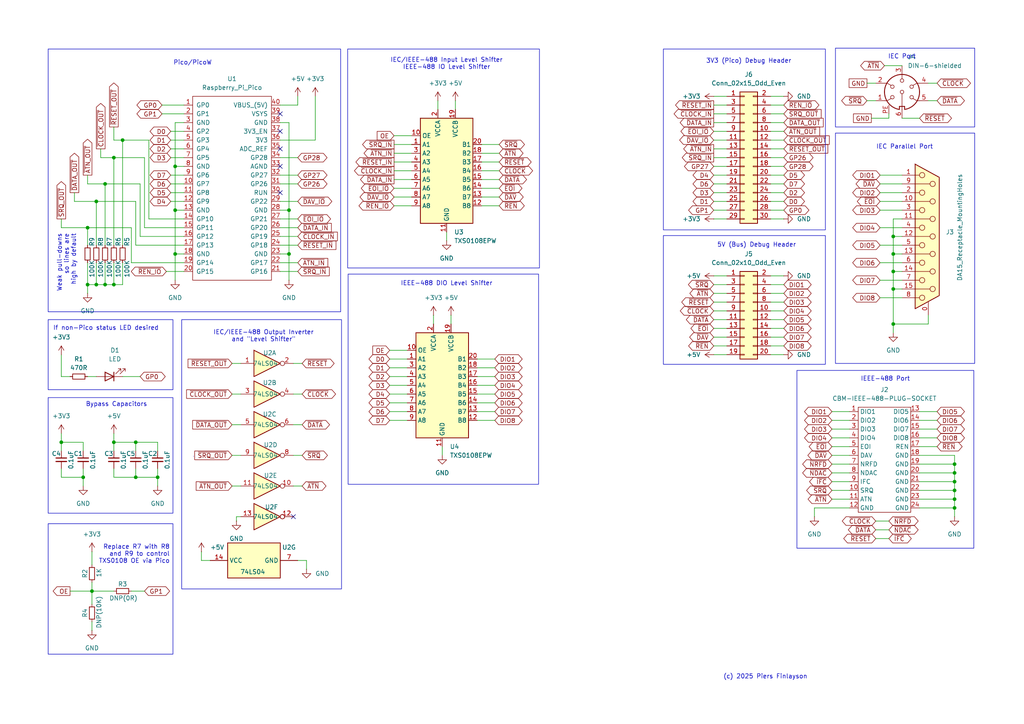
<source format=kicad_sch>
(kicad_sch (version 20231120) (generator "eeschema") (generator_version "8.0")
  (paper "A4")
  (lib_symbols
    (symbol "74xx:74LS04"
      (property "Reference" "U" (at 0 1.27 0))
      (property "Value" "74LS04" (at 0 -1.27 0))
      (symbol "74LS04_1_0"
        (pin input line (at -7.62 0 0) (length 3.81) (name "~") (number "1"))
        (pin output inverted (at 7.62 0 180) (length 3.81) (name "~") (number "2"))
      )
      (symbol "74LS04_2_0"
        (pin input line (at -7.62 0 0) (length 3.81) (name "~") (number "3"))
        (pin output inverted (at 7.62 0 180) (length 3.81) (name "~") (number "4"))
      )
      (symbol "74LS04_3_0"
        (pin input line (at -7.62 0 0) (length 3.81) (name "~") (number "5"))
        (pin output inverted (at 7.62 0 180) (length 3.81) (name "~") (number "6"))
      )
      (symbol "74LS04_4_0"
        (pin output inverted (at 7.62 0 180) (length 3.81) (name "~") (number "8"))
        (pin input line (at -7.62 0 0) (length 3.81) (name "~") (number "9"))
      )
      (symbol "74LS04_5_0"
        (pin output inverted (at 7.62 0 180) (length 3.81) (name "~") (number "10"))
        (pin input line (at -7.62 0 0) (length 3.81) (name "~") (number "11"))
      )
      (symbol "74LS04_6_0"
        (pin output inverted (at 7.62 0 180) (length 3.81) (name "~") (number "12"))
        (pin input line (at -7.62 0 0) (length 3.81) (name "~") (number "13"))
      )
      (symbol "74LS04_7_0"
        (pin power_in line (at 0 12.7 270) (length 5.08) (name "VCC") (number "14"))
        (pin power_in line (at 0 -12.7 90) (length 5.08) (name "GND") (number "7"))
      )
    )
    (symbol "Connector:DA15_Receptacle_MountingHoles" (pin_names (offset 1.016) hide)
      (property "Reference" "J" (at 0 24.13 0))
      (property "Value" "DA15_Receptacle_MountingHoles" (at 0 22.225 0))
      (symbol "DA15_Receptacle_MountingHoles_1_1"
        (pin passive line (at 0 -22.86 90) (length 3.81) (name "PAD") (number "0"))
        (pin passive line (at -7.62 17.78 0) (length 3.81) (name "1") (number "1"))
        (pin passive line (at -7.62 10.16 0) (length 3.81) (name "P10") (number "10"))
        (pin passive line (at -7.62 5.08 0) (length 3.81) (name "P111") (number "11"))
        (pin passive line (at -7.62 0 0) (length 3.81) (name "P12") (number "12"))
        (pin passive line (at -7.62 -5.08 0) (length 3.81) (name "P13") (number "13"))
        (pin passive line (at -7.62 -10.16 0) (length 3.81) (name "P14") (number "14"))
        (pin passive line (at -7.62 -15.24 0) (length 3.81) (name "P15") (number "15"))
        (pin passive line (at -7.62 12.7 0) (length 3.81) (name "2") (number "2"))
        (pin passive line (at -7.62 7.62 0) (length 3.81) (name "3") (number "3"))
        (pin passive line (at -7.62 2.54 0) (length 3.81) (name "4") (number "4"))
        (pin passive line (at -7.62 -2.54 0) (length 3.81) (name "5") (number "5"))
        (pin passive line (at -7.62 -7.62 0) (length 3.81) (name "6") (number "6"))
        (pin passive line (at -7.62 -12.7 0) (length 3.81) (name "7") (number "7"))
        (pin passive line (at -7.62 -17.78 0) (length 3.81) (name "8") (number "8"))
        (pin passive line (at -7.62 15.24 0) (length 3.81) (name "P9") (number "9"))
      )
    )
    (symbol "Connector_Generic:Conn_02x10_Odd_Even" (pin_names (offset 1.016) hide)
      (property "Reference" "J" (at 1.27 12.7 0))
      (property "Value" "Conn_02x10_Odd_Even" (at 1.27 -15.24 0))
      (symbol "Conn_02x10_Odd_Even_1_1"
        (pin passive line (at -5.08 10.16 0) (length 3.81) (name "Pin_1") (number "1"))
        (pin passive line (at 7.62 0 180) (length 3.81) (name "Pin_10") (number "10"))
        (pin passive line (at -5.08 -2.54 0) (length 3.81) (name "Pin_11") (number "11"))
        (pin passive line (at 7.62 -2.54 180) (length 3.81) (name "Pin_12") (number "12"))
        (pin passive line (at -5.08 -5.08 0) (length 3.81) (name "Pin_13") (number "13"))
        (pin passive line (at 7.62 -5.08 180) (length 3.81) (name "Pin_14") (number "14"))
        (pin passive line (at -5.08 -7.62 0) (length 3.81) (name "Pin_15") (number "15"))
        (pin passive line (at 7.62 -7.62 180) (length 3.81) (name "Pin_16") (number "16"))
        (pin passive line (at -5.08 -10.16 0) (length 3.81) (name "Pin_17") (number "17"))
        (pin passive line (at 7.62 -10.16 180) (length 3.81) (name "Pin_18") (number "18"))
        (pin passive line (at -5.08 -12.7 0) (length 3.81) (name "Pin_19") (number "19"))
        (pin passive line (at 7.62 10.16 180) (length 3.81) (name "Pin_2") (number "2"))
        (pin passive line (at 7.62 -12.7 180) (length 3.81) (name "Pin_20") (number "20"))
        (pin passive line (at -5.08 7.62 0) (length 3.81) (name "Pin_3") (number "3"))
        (pin passive line (at 7.62 7.62 180) (length 3.81) (name "Pin_4") (number "4"))
        (pin passive line (at -5.08 5.08 0) (length 3.81) (name "Pin_5") (number "5"))
        (pin passive line (at 7.62 5.08 180) (length 3.81) (name "Pin_6") (number "6"))
        (pin passive line (at -5.08 2.54 0) (length 3.81) (name "Pin_7") (number "7"))
        (pin passive line (at 7.62 2.54 180) (length 3.81) (name "Pin_8") (number "8"))
        (pin passive line (at -5.08 0 0) (length 3.81) (name "Pin_9") (number "9"))
      )
    )
    (symbol "Connector_Generic:Conn_02x15_Odd_Even" (pin_names (offset 1.016) hide)
      (property "Reference" "J" (at 1.27 20.32 0))
      (property "Value" "Conn_02x15_Odd_Even" (at 1.27 -20.32 0))
      (symbol "Conn_02x15_Odd_Even_1_1"
        (pin passive line (at -5.08 17.78 0) (length 3.81) (name "Pin_1") (number "1"))
        (pin passive line (at 7.62 7.62 180) (length 3.81) (name "Pin_10") (number "10"))
        (pin passive line (at -5.08 5.08 0) (length 3.81) (name "Pin_11") (number "11"))
        (pin passive line (at 7.62 5.08 180) (length 3.81) (name "Pin_12") (number "12"))
        (pin passive line (at -5.08 2.54 0) (length 3.81) (name "Pin_13") (number "13"))
        (pin passive line (at 7.62 2.54 180) (length 3.81) (name "Pin_14") (number "14"))
        (pin passive line (at -5.08 0 0) (length 3.81) (name "Pin_15") (number "15"))
        (pin passive line (at 7.62 0 180) (length 3.81) (name "Pin_16") (number "16"))
        (pin passive line (at -5.08 -2.54 0) (length 3.81) (name "Pin_17") (number "17"))
        (pin passive line (at 7.62 -2.54 180) (length 3.81) (name "Pin_18") (number "18"))
        (pin passive line (at -5.08 -5.08 0) (length 3.81) (name "Pin_19") (number "19"))
        (pin passive line (at 7.62 17.78 180) (length 3.81) (name "Pin_2") (number "2"))
        (pin passive line (at 7.62 -5.08 180) (length 3.81) (name "Pin_20") (number "20"))
        (pin passive line (at -5.08 -7.62 0) (length 3.81) (name "Pin_21") (number "21"))
        (pin passive line (at 7.62 -7.62 180) (length 3.81) (name "Pin_22") (number "22"))
        (pin passive line (at -5.08 -10.16 0) (length 3.81) (name "Pin_23") (number "23"))
        (pin passive line (at 7.62 -10.16 180) (length 3.81) (name "Pin_24") (number "24"))
        (pin passive line (at -5.08 -12.7 0) (length 3.81) (name "Pin_25") (number "25"))
        (pin passive line (at 7.62 -12.7 180) (length 3.81) (name "Pin_26") (number "26"))
        (pin passive line (at -5.08 -15.24 0) (length 3.81) (name "Pin_27") (number "27"))
        (pin passive line (at 7.62 -15.24 180) (length 3.81) (name "Pin_28") (number "28"))
        (pin passive line (at -5.08 -17.78 0) (length 3.81) (name "Pin_29") (number "29"))
        (pin passive line (at -5.08 15.24 0) (length 3.81) (name "Pin_3") (number "3"))
        (pin passive line (at 7.62 -17.78 180) (length 3.81) (name "Pin_30") (number "30"))
        (pin passive line (at 7.62 15.24 180) (length 3.81) (name "Pin_4") (number "4"))
        (pin passive line (at -5.08 12.7 0) (length 3.81) (name "Pin_5") (number "5"))
        (pin passive line (at 7.62 12.7 180) (length 3.81) (name "Pin_6") (number "6"))
        (pin passive line (at -5.08 10.16 0) (length 3.81) (name "Pin_7") (number "7"))
        (pin passive line (at 7.62 10.16 180) (length 3.81) (name "Pin_8") (number "8"))
        (pin passive line (at -5.08 7.62 0) (length 3.81) (name "Pin_9") (number "9"))
      )
    )
    (symbol "Device:C_Small" (pin_numbers hide) (pin_names (offset 0.254) hide)
      (property "Reference" "C" (at 0.254 1.778 0))
      (property "Value" "C_Small" (at 0.254 -2.032 0))
      (symbol "C_Small_1_1"
        (pin passive line (at 0 2.54 270) (length 2.032) (name "~") (number "1"))
        (pin passive line (at 0 -2.54 90) (length 2.032) (name "~") (number "2"))
      )
    )
    (symbol "Device:LED" (pin_numbers hide) (pin_names (offset 1.016) hide)
      (property "Reference" "D" (at 0 2.54 0))
      (property "Value" "LED" (at 0 -2.54 0))
      (symbol "LED_1_1"
        (pin passive line (at -3.81 0 0) (length 2.54) (name "K") (number "1"))
        (pin passive line (at 3.81 0 180) (length 2.54) (name "A") (number "2"))
      )
    )
    (symbol "Device:R_Small" (pin_numbers hide) (pin_names (offset 0.254) hide)
      (property "Reference" "R" (at 0.762 0.508 0))
      (property "Value" "R_Small" (at 0.762 -1.016 0))
      (symbol "R_Small_1_1"
        (pin passive line (at 0 2.54 270) (length 0.762) (name "~") (number "1"))
        (pin passive line (at 0 -2.54 90) (length 0.762) (name "~") (number "2"))
      )
    )
    (symbol "Logic_LevelTranslator:TXS0108EPW"
      (property "Reference" "U" (at -6.35 16.51 0))
      (property "Value" "TXS0108EPW" (at 3.81 16.51 0))
      (symbol "TXS0108EPW_1_1"
        (pin bidirectional line (at -10.16 7.62 0) (length 2.54) (name "A1") (number "1"))
        (pin input line (at -10.16 10.16 0) (length 2.54) (name "OE") (number "10"))
        (pin power_in line (at 0 -17.78 90) (length 2.54) (name "GND") (number "11"))
        (pin bidirectional line (at 10.16 -10.16 180) (length 2.54) (name "B8") (number "12"))
        (pin bidirectional line (at 10.16 -7.62 180) (length 2.54) (name "B7") (number "13"))
        (pin bidirectional line (at 10.16 -5.08 180) (length 2.54) (name "B6") (number "14"))
        (pin bidirectional line (at 10.16 -2.54 180) (length 2.54) (name "B5") (number "15"))
        (pin bidirectional line (at 10.16 0 180) (length 2.54) (name "B4") (number "16"))
        (pin bidirectional line (at 10.16 2.54 180) (length 2.54) (name "B3") (number "17"))
        (pin bidirectional line (at 10.16 5.08 180) (length 2.54) (name "B2") (number "18"))
        (pin power_in line (at 2.54 17.78 270) (length 2.54) (name "VCCB") (number "19"))
        (pin power_in line (at -2.54 17.78 270) (length 2.54) (name "VCCA") (number "2"))
        (pin bidirectional line (at 10.16 7.62 180) (length 2.54) (name "B1") (number "20"))
        (pin bidirectional line (at -10.16 5.08 0) (length 2.54) (name "A2") (number "3"))
        (pin bidirectional line (at -10.16 2.54 0) (length 2.54) (name "A3") (number "4"))
        (pin bidirectional line (at -10.16 0 0) (length 2.54) (name "A4") (number "5"))
        (pin bidirectional line (at -10.16 -2.54 0) (length 2.54) (name "A5") (number "6"))
        (pin bidirectional line (at -10.16 -5.08 0) (length 2.54) (name "A6") (number "7"))
        (pin bidirectional line (at -10.16 -7.62 0) (length 2.54) (name "A7") (number "8"))
        (pin bidirectional line (at -10.16 -10.16 0) (length 2.54) (name "A8") (number "9"))
      )
    )
    (symbol "piers_old:Raspberry_Pi_Pico" (pin_names (offset 1.016))
      (property "Reference" "U" (at 0 27.94 0))
      (property "Value" "Raspberry_Pi_Pico" (at 0 -27.94 0))
      (symbol "Raspberry_Pi_Pico_1_1"
        (pin bidirectional line (at -13.97 24.13 0) (length 2.54) (name "GP0") (number "1"))
        (pin bidirectional line (at -13.97 1.27 0) (length 2.54) (name "GP7") (number "10"))
        (pin bidirectional line (at -13.97 -1.27 0) (length 2.54) (name "GP8") (number "11"))
        (pin bidirectional line (at -13.97 -3.81 0) (length 2.54) (name "GP9") (number "12"))
        (pin power_out line (at -13.97 -6.35 0) (length 2.54) (name "GND") (number "13"))
        (pin bidirectional line (at -13.97 -8.89 0) (length 2.54) (name "GP10") (number "14"))
        (pin bidirectional line (at -13.97 -11.43 0) (length 2.54) (name "GP11") (number "15"))
        (pin bidirectional line (at -13.97 -13.97 0) (length 2.54) (name "GP12") (number "16"))
        (pin bidirectional line (at -13.97 -16.51 0) (length 2.54) (name "GP13") (number "17"))
        (pin power_out line (at -13.97 -19.05 0) (length 2.54) (name "GND") (number "18"))
        (pin bidirectional line (at -13.97 -21.59 0) (length 2.54) (name "GP14") (number "19"))
        (pin bidirectional line (at -13.97 21.59 0) (length 2.54) (name "GP1") (number "2"))
        (pin bidirectional line (at -13.97 -24.13 0) (length 2.54) (name "GP15") (number "20"))
        (pin bidirectional line (at 13.97 -24.13 180) (length 2.54) (name "GP16") (number "21"))
        (pin bidirectional line (at 13.97 -21.59 180) (length 2.54) (name "GP17") (number "22"))
        (pin power_out line (at 13.97 -19.05 180) (length 2.54) (name "GND") (number "23"))
        (pin bidirectional line (at 13.97 -16.51 180) (length 2.54) (name "GP18") (number "24"))
        (pin bidirectional line (at 13.97 -13.97 180) (length 2.54) (name "GP19") (number "25"))
        (pin bidirectional line (at 13.97 -11.43 180) (length 2.54) (name "GP20") (number "26"))
        (pin bidirectional line (at 13.97 -8.89 180) (length 2.54) (name "GP21") (number "27"))
        (pin power_out line (at 13.97 -6.35 180) (length 2.54) (name "GND") (number "28"))
        (pin bidirectional line (at 13.97 -3.81 180) (length 2.54) (name "GP22") (number "29"))
        (pin power_out line (at -13.97 19.05 0) (length 2.54) (name "GND") (number "3"))
        (pin input line (at 13.97 -1.27 180) (length 2.54) (name "RUN") (number "30"))
        (pin bidirectional line (at 13.97 1.27 180) (length 2.54) (name "GP26") (number "31"))
        (pin bidirectional line (at 13.97 3.81 180) (length 2.54) (name "GP27") (number "32"))
        (pin power_out line (at 13.97 6.35 180) (length 2.54) (name "AGND") (number "33"))
        (pin bidirectional line (at 13.97 8.89 180) (length 2.54) (name "GP28") (number "34"))
        (pin bidirectional line (at 13.97 11.43 180) (length 2.54) (name "ADC_REF") (number "35"))
        (pin power_out line (at 13.97 13.97 180) (length 2.54) (name "3V3") (number "36"))
        (pin input line (at 13.97 16.51 180) (length 2.54) (name "3V3_EN") (number "37"))
        (pin power_out line (at 13.97 19.05 180) (length 2.54) (name "GND") (number "38"))
        (pin power_in line (at 13.97 21.59 180) (length 2.54) (name "VSYS") (number "39"))
        (pin bidirectional line (at -13.97 16.51 0) (length 2.54) (name "GP2") (number "4"))
        (pin power_out line (at 13.97 24.13 180) (length 2.54) (name "VBUS_(5V)") (number "40"))
        (pin bidirectional line (at -13.97 13.97 0) (length 2.54) (name "GP3") (number "5"))
        (pin bidirectional line (at -13.97 11.43 0) (length 2.54) (name "GP4") (number "6"))
        (pin bidirectional line (at -13.97 8.89 0) (length 2.54) (name "GP5") (number "7"))
        (pin power_out line (at -13.97 6.35 0) (length 2.54) (name "GND") (number "8"))
        (pin bidirectional line (at -13.97 3.81 0) (length 2.54) (name "GP6") (number "9"))
      )
    )
    (symbol "piers_retro:DIN-6-shielded" (pin_names (offset 1.016))
      (property "Reference" "J" (at 3.175 5.715 0))
      (property "Value" "DIN-6-shielded" (at 4.445 -4.445 0))
      (symbol "DIN-6-shielded_1_1"
        (pin passive line (at -7.62 -2.54 0) (length 2.54) (name "~") (number "1"))
        (pin passive line (at -7.62 2.54 0) (length 2.54) (name "~") (number "2"))
        (pin passive line (at 0 7.62 270) (length 2.54) (name "~") (number "3"))
        (pin passive line (at 7.62 2.54 180) (length 2.54) (name "~") (number "4"))
        (pin passive line (at 7.62 -2.54 180) (length 2.54) (name "~") (number "5"))
        (pin passive line (at 0 -7.62 90) (length 2.54) (name "~") (number "6"))
        (pin passive line (at -3.81 -6.35 90) (length 2.54) (name "") (number "PE"))
      )
    )
    (symbol "piers_retro:ieee-488-plug_socket"
      (property "Reference" "J" (at 0 16.51 0))
      (property "Value" "CBM-IEEE-488-PLUG-SOCKET" (at 0 -16.764 0))
      (symbol "ieee-488-plug_socket_1_1"
        (pin tri_state line (at -10.16 13.97 0) (length 2.54) (name "DIO1") (number "1"))
        (pin tri_state line (at -10.16 -8.89 0) (length 2.54) (name "SRQ") (number "10"))
        (pin tri_state line (at -10.16 -11.43 0) (length 2.54) (name "ATN") (number "11"))
        (pin power_in line (at -10.16 -13.97 0) (length 2.54) (name "GND") (number "12"))
        (pin tri_state line (at 10.16 13.97 180) (length 2.54) (name "DIO5") (number "13"))
        (pin tri_state line (at 10.16 11.43 180) (length 2.54) (name "DIO6") (number "14"))
        (pin tri_state line (at 10.16 8.89 180) (length 2.54) (name "DIO7") (number "15"))
        (pin tri_state line (at 10.16 6.35 180) (length 2.54) (name "DIO8") (number "16"))
        (pin tri_state line (at 10.16 3.81 180) (length 2.54) (name "REN") (number "17"))
        (pin power_in line (at 10.16 1.27 180) (length 2.54) (name "GND") (number "18"))
        (pin power_in line (at 10.16 -1.27 180) (length 2.54) (name "GND") (number "19"))
        (pin tri_state line (at -10.16 11.43 0) (length 2.54) (name "DIO2") (number "2"))
        (pin power_in line (at 10.16 -3.81 180) (length 2.54) (name "GND") (number "20"))
        (pin power_in line (at 10.16 -6.35 180) (length 2.54) (name "GND") (number "21"))
        (pin power_in line (at 10.16 -8.89 180) (length 2.54) (name "GND") (number "22"))
        (pin power_in line (at 10.16 -11.43 180) (length 2.54) (name "GND") (number "23"))
        (pin power_in line (at 10.16 -13.97 180) (length 2.54) (name "GND") (number "24"))
        (pin tri_state line (at -10.16 8.89 0) (length 2.54) (name "DIO3") (number "3"))
        (pin tri_state line (at -10.16 6.35 0) (length 2.54) (name "DIO4") (number "4"))
        (pin tri_state line (at -10.16 3.81 0) (length 2.54) (name "EOI") (number "5"))
        (pin tri_state line (at -10.16 1.27 0) (length 2.54) (name "DAV") (number "6"))
        (pin tri_state line (at -10.16 -1.27 0) (length 2.54) (name "NRFD") (number "7"))
        (pin tri_state line (at -10.16 -3.81 0) (length 2.54) (name "NDAC") (number "8"))
        (pin tri_state line (at -10.16 -6.35 0) (length 2.54) (name "IFC") (number "9"))
      )
    )
    (symbol "power:+3V3" (power) (pin_numbers hide) (pin_names (offset 0) hide)
      (property "Value" "+3V3" (at 0 3.556 0))
      (symbol "+3V3_1_1"
        (pin power_in line (at 0 0 90) (length 0) (name "~") (number "1"))
      )
    )
    (symbol "power:+5V" (power) (pin_numbers hide) (pin_names (offset 0) hide)
      (property "Value" "+5V" (at 0 3.556 0))
      (symbol "+5V_1_1"
        (pin power_in line (at 0 0 90) (length 0) (name "~") (number "1"))
      )
    )
    (symbol "power:GND" (power) (pin_numbers hide) (pin_names (offset 0) hide)
      (property "Value" "GND" (at 0 -3.81 0))
      (symbol "GND_1_1"
        (pin power_in line (at 0 0 270) (length 0) (name "~") (number "1"))
      )
    )
  )
  (junction (at 33.02 82.55))
  (junction (at 276.86 144.78))
  (junction (at 45.72 138.43))
  (junction (at 276.86 139.7))
  (junction (at 50.8 48.26))
  (junction (at 25.4 66.04))
  (junction (at 39.37 138.43))
  (junction (at 276.86 137.16))
  (junction (at 35.56 40.64))
  (junction (at 26.67 171.45))
  (junction (at 259.08 68.58))
  (junction (at 50.8 73.66))
  (junction (at 39.37 128.27))
  (junction (at 50.8 60.96))
  (junction (at 276.86 142.24))
  (junction (at 24.13 138.43))
  (junction (at 27.94 82.55))
  (junction (at 27.94 58.42))
  (junction (at 33.02 45.72))
  (junction (at 259.08 83.82))
  (junction (at 25.4 82.55))
  (junction (at 83.82 73.66))
  (junction (at 276.86 147.32))
  (junction (at 30.48 82.55))
  (junction (at 83.82 60.96))
  (junction (at 17.78 128.27))
  (junction (at 259.08 78.74))
  (junction (at 30.48 53.34))
  (junction (at 33.02 128.27))
  (junction (at 276.86 134.62))
  (junction (at 259.08 73.66))
  (junction (at 259.08 93.98))
  (no_connect (at 85.09 149.86))
  (no_connect (at 81.28 38.1))
  (no_connect (at 81.28 55.88))
  (no_connect (at 81.28 43.18))
  (no_connect (at 81.28 48.26))
  (no_connect (at 81.28 33.02))
  (wire (pts (xy 223.52 30.48) (xy 227.33 30.48)))
  (wire (pts (xy 85.09 123.19) (xy 87.63 123.19)))
  (wire (pts (xy 91.44 40.64) (xy 91.44 27.94)))
  (wire (pts (xy 67.31 132.08) (xy 69.85 132.08)))
  (wire (pts (xy 50.8 73.66) (xy 50.8 60.96)))
  (wire (pts (xy 114.3 57.15) (xy 119.38 57.15)))
  (wire (pts (xy 207.01 100.33) (xy 210.82 100.33)))
  (wire (pts (xy 223.52 53.34) (xy 227.33 53.34)))
  (wire (pts (xy 40.64 53.34) (xy 40.64 68.58)))
  (wire (pts (xy 45.72 138.43) (xy 45.72 140.97)))
  (wire (pts (xy 81.28 53.34) (xy 86.36 53.34)))
  (wire (pts (xy 83.82 60.96) (xy 83.82 35.56)))
  (wire (pts (xy 24.13 138.43) (xy 24.13 140.97)))
  (wire (pts (xy 33.02 138.43) (xy 39.37 138.43)))
  (wire (pts (xy 39.37 71.12) (xy 39.37 58.42)))
  (wire (pts (xy 254 153.67) (xy 257.81 153.67)))
  (wire (pts (xy 81.28 66.04) (xy 86.36 66.04)))
  (wire (pts (xy 39.37 128.27) (xy 39.37 130.81)))
  (wire (pts (xy 50.8 81.28) (xy 50.8 73.66)))
  (wire (pts (xy 236.22 147.32) (xy 246.38 147.32)))
  (wire (pts (xy 223.52 33.02) (xy 227.33 33.02)))
  (wire (pts (xy 114.3 39.37) (xy 119.38 39.37)))
  (wire (pts (xy 207.01 30.48) (xy 210.82 30.48)))
  (wire (pts (xy 85.09 114.3) (xy 87.63 114.3)))
  (wire (pts (xy 207.01 82.55) (xy 210.82 82.55)))
  (wire (pts (xy 223.52 50.8) (xy 227.33 50.8)))
  (wire (pts (xy 223.52 43.18) (xy 227.33 43.18)))
  (wire (pts (xy 17.78 128.27) (xy 24.13 128.27)))
  (wire (pts (xy 139.7 59.69) (xy 144.78 59.69)))
  (wire (pts (xy 33.02 128.27) (xy 33.02 130.81)))
  (wire (pts (xy 25.4 82.55) (xy 27.94 82.55)))
  (wire (pts (xy 138.43 121.92) (xy 143.51 121.92)))
  (wire (pts (xy 259.08 73.66) (xy 259.08 78.74)))
  (wire (pts (xy 223.52 92.71) (xy 227.33 92.71)))
  (wire (pts (xy 266.7 127) (xy 271.78 127)))
  (wire (pts (xy 67.31 114.3) (xy 69.85 114.3)))
  (wire (pts (xy 130.81 91.44) (xy 130.81 93.98)))
  (wire (pts (xy 39.37 128.27) (xy 45.72 128.27)))
  (wire (pts (xy 223.52 38.1) (xy 227.33 38.1)))
  (wire (pts (xy 223.52 55.88) (xy 227.33 55.88)))
  (wire (pts (xy 223.52 60.96) (xy 227.33 60.96)))
  (wire (pts (xy 255.27 55.88) (xy 261.62 55.88)))
  (wire (pts (xy 223.52 100.33) (xy 227.33 100.33)))
  (wire (pts (xy 259.08 68.58) (xy 259.08 73.66)))
  (wire (pts (xy 207.01 38.1) (xy 210.82 38.1)))
  (wire (pts (xy 276.86 139.7) (xy 276.86 137.16)))
  (wire (pts (xy 254 156.21) (xy 257.81 156.21)))
  (wire (pts (xy 17.78 102.87) (xy 17.78 109.22)))
  (wire (pts (xy 81.28 58.42) (xy 86.36 58.42)))
  (wire (pts (xy 207.01 55.88) (xy 210.82 55.88)))
  (wire (pts (xy 33.02 36.83) (xy 33.02 40.64)))
  (wire (pts (xy 45.72 128.27) (xy 45.72 130.81)))
  (wire (pts (xy 33.02 76.2) (xy 33.02 82.55)))
  (wire (pts (xy 17.78 138.43) (xy 24.13 138.43)))
  (wire (pts (xy 113.03 101.6) (xy 118.11 101.6)))
  (wire (pts (xy 114.3 54.61) (xy 119.38 54.61)))
  (wire (pts (xy 266.7 121.92) (xy 271.78 121.92)))
  (wire (pts (xy 139.7 41.91) (xy 144.78 41.91)))
  (wire (pts (xy 241.3 129.54) (xy 246.38 129.54)))
  (wire (pts (xy 43.18 63.5) (xy 53.34 63.5)))
  (wire (pts (xy 223.52 95.25) (xy 227.33 95.25)))
  (wire (pts (xy 113.03 116.84) (xy 118.11 116.84)))
  (wire (pts (xy 25.4 76.2) (xy 25.4 82.55)))
  (wire (pts (xy 127 29.21) (xy 127 31.75)))
  (wire (pts (xy 207.01 95.25) (xy 210.82 95.25)))
  (wire (pts (xy 50.8 73.66) (xy 53.34 73.66)))
  (wire (pts (xy 255.27 60.96) (xy 261.62 60.96)))
  (wire (pts (xy 223.52 82.55) (xy 227.33 82.55)))
  (wire (pts (xy 241.3 137.16) (xy 246.38 137.16)))
  (wire (pts (xy 114.3 52.07) (xy 119.38 52.07)))
  (wire (pts (xy 276.86 144.78) (xy 276.86 147.32)))
  (wire (pts (xy 207.01 87.63) (xy 210.82 87.63)))
  (wire (pts (xy 223.52 87.63) (xy 227.33 87.63)))
  (wire (pts (xy 39.37 135.89) (xy 39.37 138.43)))
  (wire (pts (xy 67.31 105.41) (xy 69.85 105.41)))
  (wire (pts (xy 223.52 97.79) (xy 227.33 97.79)))
  (wire (pts (xy 25.4 53.34) (xy 30.48 53.34)))
  (wire (pts (xy 50.8 48.26) (xy 53.34 48.26)))
  (wire (pts (xy 113.03 106.68) (xy 118.11 106.68)))
  (wire (pts (xy 21.59 55.88) (xy 21.59 58.42)))
  (wire (pts (xy 223.52 80.01) (xy 227.33 80.01)))
  (wire (pts (xy 138.43 106.68) (xy 143.51 106.68)))
  (wire (pts (xy 25.4 109.22) (xy 27.94 109.22)))
  (wire (pts (xy 207.01 40.64) (xy 210.82 40.64)))
  (wire (pts (xy 207.01 45.72) (xy 210.82 45.72)))
  (wire (pts (xy 259.08 68.58) (xy 261.62 68.58)))
  (wire (pts (xy 113.03 104.14) (xy 118.11 104.14)))
  (wire (pts (xy 276.86 147.32) (xy 276.86 149.86)))
  (wire (pts (xy 27.94 76.2) (xy 27.94 82.55)))
  (wire (pts (xy 50.8 60.96) (xy 50.8 48.26)))
  (wire (pts (xy 241.3 127) (xy 246.38 127)))
  (wire (pts (xy 138.43 119.38) (xy 143.51 119.38)))
  (wire (pts (xy 50.8 48.26) (xy 50.8 35.56)))
  (wire (pts (xy 266.7 137.16) (xy 276.86 137.16)))
  (wire (pts (xy 33.02 128.27) (xy 39.37 128.27)))
  (wire (pts (xy 33.02 40.64) (xy 35.56 40.64)))
  (wire (pts (xy 255.27 71.12) (xy 261.62 71.12)))
  (wire (pts (xy 114.3 59.69) (xy 119.38 59.69)))
  (wire (pts (xy 81.28 45.72) (xy 86.36 45.72)))
  (wire (pts (xy 223.52 85.09) (xy 227.33 85.09)))
  (wire (pts (xy 33.02 82.55) (xy 35.56 82.55)))
  (wire (pts (xy 49.53 40.64) (xy 53.34 40.64)))
  (wire (pts (xy 58.42 162.56) (xy 58.42 160.02)))
  (wire (pts (xy 48.26 78.74) (xy 53.34 78.74)))
  (wire (pts (xy 125.73 91.44) (xy 125.73 93.98)))
  (wire (pts (xy 38.1 66.04) (xy 25.4 66.04)))
  (wire (pts (xy 41.91 45.72) (xy 33.02 45.72)))
  (wire (pts (xy 207.01 102.87) (xy 210.82 102.87)))
  (wire (pts (xy 255.27 76.2) (xy 261.62 76.2)))
  (wire (pts (xy 113.03 109.22) (xy 118.11 109.22)))
  (wire (pts (xy 223.52 102.87) (xy 227.33 102.87)))
  (wire (pts (xy 255.27 81.28) (xy 261.62 81.28)))
  (wire (pts (xy 254 151.13) (xy 257.81 151.13)))
  (wire (pts (xy 88.9 162.56) (xy 86.36 162.56)))
  (wire (pts (xy 259.08 63.5) (xy 259.08 68.58)))
  (wire (pts (xy 85.09 132.08) (xy 87.63 132.08)))
  (wire (pts (xy 17.78 66.04) (xy 25.4 66.04)))
  (wire (pts (xy 207.01 97.79) (xy 210.82 97.79)))
  (wire (pts (xy 24.13 128.27) (xy 24.13 130.81)))
  (wire (pts (xy 49.53 43.18) (xy 53.34 43.18)))
  (wire (pts (xy 276.86 132.08) (xy 266.7 132.08)))
  (wire (pts (xy 138.43 111.76) (xy 143.51 111.76)))
  (wire (pts (xy 223.52 35.56) (xy 227.33 35.56)))
  (wire (pts (xy 43.18 63.5) (xy 43.18 40.64)))
  (wire (pts (xy 241.3 121.92) (xy 246.38 121.92)))
  (wire (pts (xy 49.53 50.8) (xy 53.34 50.8)))
  (wire (pts (xy 20.32 171.45) (xy 26.67 171.45)))
  (wire (pts (xy 41.91 45.72) (xy 41.91 66.04)))
  (wire (pts (xy 207.01 90.17) (xy 210.82 90.17)))
  (wire (pts (xy 81.28 68.58) (xy 86.36 68.58)))
  (wire (pts (xy 255.27 58.42) (xy 261.62 58.42)))
  (wire (pts (xy 49.53 45.72) (xy 53.34 45.72)))
  (wire (pts (xy 269.24 24.13) (xy 271.78 24.13)))
  (wire (pts (xy 223.52 63.5) (xy 227.33 63.5)))
  (wire (pts (xy 114.3 46.99) (xy 119.38 46.99)))
  (wire (pts (xy 207.01 33.02) (xy 210.82 33.02)))
  (wire (pts (xy 241.3 144.78) (xy 246.38 144.78)))
  (wire (pts (xy 17.78 128.27) (xy 17.78 130.81)))
  (wire (pts (xy 38.1 76.2) (xy 53.34 76.2)))
  (wire (pts (xy 266.7 142.24) (xy 276.86 142.24)))
  (wire (pts (xy 29.21 45.72) (xy 33.02 45.72)))
  (wire (pts (xy 39.37 58.42) (xy 27.94 58.42)))
  (wire (pts (xy 43.18 40.64) (xy 35.56 40.64)))
  (wire (pts (xy 223.52 58.42) (xy 227.33 58.42)))
  (wire (pts (xy 50.8 60.96) (xy 53.34 60.96)))
  (wire (pts (xy 17.78 109.22) (xy 20.32 109.22)))
  (wire (pts (xy 223.52 90.17) (xy 227.33 90.17)))
  (wire (pts (xy 266.7 134.62) (xy 276.86 134.62)))
  (wire (pts (xy 255.27 53.34) (xy 261.62 53.34)))
  (wire (pts (xy 53.34 66.04) (xy 41.91 66.04)))
  (wire (pts (xy 17.78 63.5) (xy 17.78 66.04)))
  (wire (pts (xy 68.58 151.13) (xy 68.58 149.86)))
  (wire (pts (xy 81.28 40.64) (xy 91.44 40.64)))
  (wire (pts (xy 49.53 38.1) (xy 53.34 38.1)))
  (wire (pts (xy 45.72 135.89) (xy 45.72 138.43)))
  (wire (pts (xy 266.7 34.29) (xy 261.62 34.29)))
  (wire (pts (xy 223.52 45.72) (xy 227.33 45.72)))
  (wire (pts (xy 223.52 27.94) (xy 227.33 27.94)))
  (wire (pts (xy 114.3 41.91) (xy 119.38 41.91)))
  (wire (pts (xy 266.7 119.38) (xy 271.78 119.38)))
  (wire (pts (xy 251.46 24.13) (xy 254 24.13)))
  (wire (pts (xy 256.54 19.05) (xy 261.62 19.05)))
  (wire (pts (xy 53.34 71.12) (xy 39.37 71.12)))
  (wire (pts (xy 26.67 171.45) (xy 33.02 171.45)))
  (wire (pts (xy 81.28 78.74) (xy 86.36 78.74)))
  (wire (pts (xy 207.01 58.42) (xy 210.82 58.42)))
  (wire (pts (xy 85.09 140.97) (xy 87.63 140.97)))
  (wire (pts (xy 29.21 43.18) (xy 29.21 45.72)))
  (wire (pts (xy 49.53 53.34) (xy 53.34 53.34)))
  (wire (pts (xy 266.7 144.78) (xy 276.86 144.78)))
  (wire (pts (xy 35.56 40.64) (xy 35.56 71.12)))
  (wire (pts (xy 35.56 109.22) (xy 40.64 109.22)))
  (wire (pts (xy 241.3 139.7) (xy 246.38 139.7)))
  (wire (pts (xy 83.82 35.56) (xy 81.28 35.56)))
  (wire (pts (xy 241.3 124.46) (xy 246.38 124.46)))
  (wire (pts (xy 207.01 92.71) (xy 210.82 92.71)))
  (wire (pts (xy 276.86 134.62) (xy 276.86 132.08)))
  (wire (pts (xy 85.09 105.41) (xy 87.63 105.41)))
  (wire (pts (xy 132.08 29.21) (xy 132.08 31.75)))
  (wire (pts (xy 139.7 44.45) (xy 144.78 44.45)))
  (wire (pts (xy 266.7 124.46) (xy 271.78 124.46)))
  (wire (pts (xy 113.03 121.92) (xy 118.11 121.92)))
  (wire (pts (xy 259.08 83.82) (xy 261.62 83.82)))
  (wire (pts (xy 139.7 46.99) (xy 144.78 46.99)))
  (wire (pts (xy 257.81 34.29) (xy 257.81 33.02)))
  (wire (pts (xy 236.22 149.86) (xy 236.22 147.32)))
  (wire (pts (xy 252.73 34.29) (xy 257.81 34.29)))
  (wire (pts (xy 25.4 50.8) (xy 25.4 53.34)))
  (wire (pts (xy 27.94 82.55) (xy 30.48 82.55)))
  (wire (pts (xy 46.99 33.02) (xy 53.34 33.02)))
  (wire (pts (xy 113.03 114.3) (xy 118.11 114.3)))
  (wire (pts (xy 83.82 60.96) (xy 81.28 60.96)))
  (wire (pts (xy 50.8 35.56) (xy 53.34 35.56)))
  (wire (pts (xy 83.82 73.66) (xy 83.82 60.96)))
  (wire (pts (xy 259.08 78.74) (xy 261.62 78.74)))
  (wire (pts (xy 266.7 129.54) (xy 271.78 129.54)))
  (wire (pts (xy 276.86 137.16) (xy 276.86 134.62)))
  (wire (pts (xy 35.56 82.55) (xy 35.56 76.2)))
  (wire (pts (xy 128.27 129.54) (xy 128.27 132.08)))
  (wire (pts (xy 81.28 71.12) (xy 86.36 71.12)))
  (wire (pts (xy 83.82 73.66) (xy 81.28 73.66)))
  (wire (pts (xy 68.58 149.86) (xy 69.85 149.86)))
  (wire (pts (xy 33.02 135.89) (xy 33.02 138.43)))
  (wire (pts (xy 259.08 83.82) (xy 259.08 78.74)))
  (wire (pts (xy 138.43 109.22) (xy 143.51 109.22)))
  (wire (pts (xy 207.01 50.8) (xy 210.82 50.8)))
  (wire (pts (xy 81.28 63.5) (xy 86.36 63.5)))
  (wire (pts (xy 259.08 93.98) (xy 269.24 93.98)))
  (wire (pts (xy 49.53 58.42) (xy 53.34 58.42)))
  (wire (pts (xy 255.27 50.8) (xy 261.62 50.8)))
  (wire (pts (xy 27.94 58.42) (xy 27.94 71.12)))
  (wire (pts (xy 241.3 132.08) (xy 246.38 132.08)))
  (wire (pts (xy 17.78 135.89) (xy 17.78 138.43)))
  (wire (pts (xy 207.01 80.01) (xy 210.82 80.01)))
  (wire (pts (xy 255.27 66.04) (xy 261.62 66.04)))
  (wire (pts (xy 30.48 53.34) (xy 30.48 71.12)))
  (wire (pts (xy 241.3 142.24) (xy 246.38 142.24)))
  (wire (pts (xy 207.01 53.34) (xy 210.82 53.34)))
  (wire (pts (xy 139.7 57.15) (xy 144.78 57.15)))
  (wire (pts (xy 81.28 50.8) (xy 86.36 50.8)))
  (wire (pts (xy 138.43 104.14) (xy 143.51 104.14)))
  (wire (pts (xy 266.7 147.32) (xy 276.86 147.32)))
  (wire (pts (xy 113.03 111.76) (xy 118.11 111.76)))
  (wire (pts (xy 139.7 49.53) (xy 144.78 49.53)))
  (wire (pts (xy 26.67 180.34) (xy 26.67 182.88)))
  (wire (pts (xy 81.28 30.48) (xy 86.36 30.48)))
  (wire (pts (xy 269.24 93.98) (xy 269.24 91.44)))
  (wire (pts (xy 207.01 85.09) (xy 210.82 85.09)))
  (wire (pts (xy 30.48 76.2) (xy 30.48 82.55)))
  (wire (pts (xy 114.3 49.53) (xy 119.38 49.53)))
  (wire (pts (xy 46.99 30.48) (xy 53.34 30.48)))
  (wire (pts (xy 223.52 40.64) (xy 227.33 40.64)))
  (wire (pts (xy 114.3 44.45) (xy 119.38 44.45)))
  (wire (pts (xy 67.31 123.19) (xy 69.85 123.19)))
  (wire (pts (xy 266.7 139.7) (xy 276.86 139.7)))
  (wire (pts (xy 207.01 35.56) (xy 210.82 35.56)))
  (wire (pts (xy 241.3 134.62) (xy 246.38 134.62)))
  (wire (pts (xy 40.64 53.34) (xy 30.48 53.34)))
  (wire (pts (xy 53.34 68.58) (xy 40.64 68.58)))
  (wire (pts (xy 241.3 119.38) (xy 246.38 119.38)))
  (wire (pts (xy 223.52 48.26) (xy 227.33 48.26)))
  (wire (pts (xy 251.46 29.21) (xy 254 29.21)))
  (wire (pts (xy 39.37 138.43) (xy 45.72 138.43)))
  (wire (pts (xy 269.24 29.21) (xy 271.78 29.21)))
  (wire (pts (xy 26.67 160.02) (xy 26.67 163.83)))
  (wire (pts (xy 207.01 43.18) (xy 210.82 43.18)))
  (wire (pts (xy 138.43 116.84) (xy 143.51 116.84)))
  (wire (pts (xy 207.01 27.94) (xy 210.82 27.94)))
  (wire (pts (xy 67.31 140.97) (xy 69.85 140.97)))
  (wire (pts (xy 259.08 93.98) (xy 259.08 83.82)))
  (wire (pts (xy 129.54 67.31) (xy 129.54 69.85)))
  (wire (pts (xy 138.43 114.3) (xy 143.51 114.3)))
  (wire (pts (xy 26.67 171.45) (xy 26.67 168.91)))
  (wire (pts (xy 261.62 63.5) (xy 259.08 63.5)))
  (wire (pts (xy 33.02 45.72) (xy 33.02 71.12)))
  (wire (pts (xy 24.13 138.43) (xy 24.13 135.89)))
  (wire (pts (xy 38.1 171.45) (xy 41.91 171.45)))
  (wire (pts (xy 207.01 63.5) (xy 210.82 63.5)))
  (wire (pts (xy 25.4 82.55) (xy 25.4 85.09)))
  (wire (pts (xy 276.86 144.78) (xy 276.86 142.24)))
  (wire (pts (xy 21.59 58.42) (xy 27.94 58.42)))
  (wire (pts (xy 88.9 162.56) (xy 88.9 165.1)))
  (wire (pts (xy 81.28 76.2) (xy 86.36 76.2)))
  (wire (pts (xy 86.36 30.48) (xy 86.36 27.94)))
  (wire (pts (xy 58.42 162.56) (xy 60.96 162.56)))
  (wire (pts (xy 139.7 52.07) (xy 144.78 52.07)))
  (wire (pts (xy 26.67 171.45) (xy 26.67 175.26)))
  (wire (pts (xy 276.86 142.24) (xy 276.86 139.7)))
  (wire (pts (xy 49.53 55.88) (xy 53.34 55.88)))
  (wire (pts (xy 25.4 66.04) (xy 25.4 71.12)))
  (wire (pts (xy 259.08 73.66) (xy 261.62 73.66)))
  (wire (pts (xy 207.01 60.96) (xy 210.82 60.96)))
  (wire (pts (xy 33.02 125.73) (xy 33.02 128.27)))
  (wire (pts (xy 30.48 82.55) (xy 33.02 82.55)))
  (wire (pts (xy 255.27 86.36) (xy 261.62 86.36)))
  (wire (pts (xy 259.08 96.52) (xy 259.08 93.98)))
  (wire (pts (xy 38.1 76.2) (xy 38.1 66.04)))
  (wire (pts (xy 207.01 48.26) (xy 210.82 48.26)))
  (wire (pts (xy 113.03 119.38) (xy 118.11 119.38)))
  (wire (pts (xy 17.78 125.73) (xy 17.78 128.27)))
  (wire (pts (xy 83.82 81.28) (xy 83.82 73.66)))
  (wire (pts (xy 139.7 54.61) (xy 144.78 54.61)))
  (rectangle (start 100.965 79.502) (end 156.21 140.462))
  (rectangle (start 56.134 132.334) (end 56.134 132.334))
  (rectangle (start 231.14 107.442) (end 282.448 159.004))
  (rectangle (start 52.705 92.71) (end 99.06 170.815))
  (rectangle (start 13.97 92.71) (end 50.165 113.03))
  (rectangle (start 13.97 115.316) (end 50.165 148.844))
  (rectangle (start 192.405 68.326) (end 239.395 105.664))
  (rectangle (start 13.97 14.224) (end 98.806 90.424))
  (rectangle (start 192.405 14.224) (end 239.395 66.675))
  (rectangle (start 242.316 13.97) (end 282.702 36.83))
  (rectangle (start 242.316 38.608) (end 282.702 105.41))
  (rectangle (start 13.97 151.892) (end 50.165 189.738))
  (rectangle (start 100.838 14.224) (end 156.464 77.724))
  (text "IEC Parallel Port" (at 262.382 42.672 0) (effects (font (size 1.27 1.27))))
  (text "If non-Pico status LED desired" (at 30.734 95.25 0) (effects (font (size 1.27 1.27))))
  (text "Weak pull-downs\nso lines are\nhigh by default" (at 19.304 67.818 90) (effects (font (size 1.27 1.27)) (justify right)))
  (text "(c) 2025 Piers Finlayson" (at 221.996 196.342 0) (effects (font (size 1.27 1.27))))
  (text "IEC Port" (at 261.62 16.51 0) (effects (font (size 1.27 1.27))))
  (text "3V3 (Pico) Debug Header" (at 217.17 17.78 0) (effects (font (size 1.27 1.27))))
  (text "Pico/PicoW" (at 55.88 18.288 0) (effects (font (size 1.27 1.27))))
  (text "IEEE-488 DIO Level Shifter" (at 129.54 82.296 0) (effects (font (size 1.27 1.27))))
  (text "5V (Bus) Debug Header\n" (at 219.456 71.12 0) (effects (font (size 1.27 1.27))))
  (text "Replace R7 with R8\nand R9 to control\nTXS0108 OE via Pico" (at 49.276 160.782 0) (effects (font (size 1.27 1.27)) (justify right)))
  (text "IEC/IEEE-488 Input Level Shifter\nIEEE-488 IO Level Shifter" (at 129.54 18.542 0) (effects (font (size 1.27 1.27))))
  (text "Bypass Capacitors" (at 33.782 117.348 0) (effects (font (size 1.27 1.27))))
  (text "IEEE-488 Port" (at 256.794 109.982 0) (effects (font (size 1.27 1.27))))
  (text "IEC/IEEE-488 Output Inverter\nand \"Level Shifter\"" (at 76.454 97.536 0) (effects (font (size 1.27 1.27))))
  (global_label "D3" (shape bidirectional) (at 207.01 55.88 180) (property "Intersheetrefs" "${INTERSHEET_REFS}" (effects (hide yes))))
  (global_label "DIO4" (shape bidirectional) (at 227.33 90.17 0) (property "Intersheetrefs" "${INTERSHEET_REFS}" (effects (hide yes))))
  (global_label "~{CLOCK_OUT}" (shape input) (at 227.33 40.64 0) (property "Intersheetrefs" "${INTERSHEET_REFS}" (effects (hide yes))))
  (global_label "GP27" (shape bidirectional) (at 207.01 48.26 180) (property "Intersheetrefs" "${INTERSHEET_REFS}" (effects (hide yes))))
  (global_label "D7" (shape bidirectional) (at 113.03 121.92 180) (property "Intersheetrefs" "${INTERSHEET_REFS}" (effects (hide yes))))
  (global_label "DIO6" (shape bidirectional) (at 271.78 121.92 0) (property "Intersheetrefs" "${INTERSHEET_REFS}" (effects (hide yes))))
  (global_label "~{NDAC}" (shape bidirectional) (at 241.3 137.16 180) (property "Intersheetrefs" "${INTERSHEET_REFS}" (effects (hide yes))))
  (global_label "DIO1" (shape bidirectional) (at 143.51 104.14 0) (property "Intersheetrefs" "${INTERSHEET_REFS}" (effects (hide yes))))
  (global_label "~{RESET_IN}" (shape output) (at 207.01 30.48 180) (property "Intersheetrefs" "${INTERSHEET_REFS}" (effects (hide yes))))
  (global_label "~{CLOCK}" (shape bidirectional) (at 144.78 49.53 0) (property "Intersheetrefs" "${INTERSHEET_REFS}" (effects (hide yes))))
  (global_label "~{IFC}" (shape bidirectional) (at 257.81 156.21 0) (property "Intersheetrefs" "${INTERSHEET_REFS}" (effects (hide yes))))
  (global_label "~{SRQ_IN}" (shape output) (at 114.3 41.91 180) (property "Intersheetrefs" "${INTERSHEET_REFS}" (effects (hide yes))))
  (global_label "~{EOI}" (shape bidirectional) (at 207.01 95.25 180) (property "Intersheetrefs" "${INTERSHEET_REFS}" (effects (hide yes))))
  (global_label "~{DAV_IO}" (shape bidirectional) (at 207.01 40.64 180) (property "Intersheetrefs" "${INTERSHEET_REFS}" (effects (hide yes))))
  (global_label "~{DATA_OUT}" (shape input) (at 67.31 123.19 180) (property "Intersheetrefs" "${INTERSHEET_REFS}" (effects (hide yes))))
  (global_label "~{ATN_OUT}" (shape input) (at 227.33 38.1 0) (property "Intersheetrefs" "${INTERSHEET_REFS}" (effects (hide yes))))
  (global_label "DIO1" (shape bidirectional) (at 255.27 50.8 180) (property "Intersheetrefs" "${INTERSHEET_REFS}" (effects (hide yes))))
  (global_label "~{CLOCK_OUT}" (shape output) (at 29.21 43.18 90) (property "Intersheetrefs" "${INTERSHEET_REFS}" (effects (hide yes))))
  (global_label "DIO2" (shape bidirectional) (at 227.33 85.09 0) (property "Intersheetrefs" "${INTERSHEET_REFS}" (effects (hide yes))))
  (global_label "~{DATA}" (shape bidirectional) (at 207.01 92.71 180) (property "Intersheetrefs" "${INTERSHEET_REFS}" (effects (hide yes))))
  (global_label "D0" (shape bidirectional) (at 227.33 58.42 0) (property "Intersheetrefs" "${INTERSHEET_REFS}" (effects (hide yes))))
  (global_label "~{DAV}" (shape bidirectional) (at 241.3 132.08 180) (property "Intersheetrefs" "${INTERSHEET_REFS}" (effects (hide yes))))
  (global_label "~{EOI_IO}" (shape bidirectional) (at 207.01 38.1 180) (property "Intersheetrefs" "${INTERSHEET_REFS}" (effects (hide yes))))
  (global_label "~{SRQ_OUT}" (shape input) (at 227.33 33.02 0) (property "Intersheetrefs" "${INTERSHEET_REFS}" (effects (hide yes))))
  (global_label "~{EOI_IO}" (shape bidirectional) (at 114.3 54.61 180) (property "Intersheetrefs" "${INTERSHEET_REFS}" (effects (hide yes))))
  (global_label "OE" (shape input) (at 114.3 39.37 180) (property "Intersheetrefs" "${INTERSHEET_REFS}" (effects (hide yes))))
  (global_label "DIO5" (shape bidirectional) (at 143.51 114.3 0) (property "Intersheetrefs" "${INTERSHEET_REFS}" (effects (hide yes))))
  (global_label "D5" (shape bidirectional) (at 113.03 116.84 180) (property "Intersheetrefs" "${INTERSHEET_REFS}" (effects (hide yes))))
  (global_label "~{ATN}" (shape bidirectional) (at 207.01 85.09 180) (property "Intersheetrefs" "${INTERSHEET_REFS}" (effects (hide yes))))
  (global_label "DIO8" (shape bidirectional) (at 143.51 121.92 0) (property "Intersheetrefs" "${INTERSHEET_REFS}" (effects (hide yes))))
  (global_label "DIO4" (shape bidirectional) (at 143.51 111.76 0) (property "Intersheetrefs" "${INTERSHEET_REFS}" (effects (hide yes))))
  (global_label "~{CLOCK}" (shape bidirectional) (at 254 151.13 180) (property "Intersheetrefs" "${INTERSHEET_REFS}" (effects (hide yes))))
  (global_label "D2" (shape bidirectional) (at 113.03 109.22 180) (property "Intersheetrefs" "${INTERSHEET_REFS}" (effects (hide yes))))
  (global_label "~{NRFD}" (shape bidirectional) (at 257.81 151.13 0) (property "Intersheetrefs" "${INTERSHEET_REFS}" (effects (hide yes))))
  (global_label "GP1" (shape bidirectional) (at 41.91 171.45 0) (property "Intersheetrefs" "${INTERSHEET_REFS}" (effects (hide yes))))
  (global_label "~{ATN_IN}" (shape output) (at 207.01 43.18 180) (property "Intersheetrefs" "${INTERSHEET_REFS}" (effects (hide yes))))
  (global_label "GP1" (shape bidirectional) (at 207.01 60.96 180) (property "Intersheetrefs" "${INTERSHEET_REFS}" (effects (hide yes))))
  (global_label "~{DATA_IN}" (shape output) (at 207.01 35.56 180) (property "Intersheetrefs" "${INTERSHEET_REFS}" (effects (hide yes))))
  (global_label "~{SRQ}" (shape bidirectional) (at 87.63 132.08 0) (property "Intersheetrefs" "${INTERSHEET_REFS}" (effects (hide yes))))
  (global_label "~{DATA}" (shape bidirectional) (at 271.78 29.21 0) (property "Intersheetrefs" "${INTERSHEET_REFS}" (effects (hide yes))))
  (global_label "~{CLOCK_IN}" (shape output) (at 207.01 33.02 180) (property "Intersheetrefs" "${INTERSHEET_REFS}" (effects (hide yes))))
  (global_label "~{EOI}" (shape bidirectional) (at 144.78 54.61 0) (property "Intersheetrefs" "${INTERSHEET_REFS}" (effects (hide yes))))
  (global_label "~{ATN}" (shape bidirectional) (at 241.3 144.78 180) (property "Intersheetrefs" "${INTERSHEET_REFS}" (effects (hide yes))))
  (global_label "DIO3" (shape bidirectional) (at 143.51 109.22 0) (property "Intersheetrefs" "${INTERSHEET_REFS}" (effects (hide yes))))
  (global_label "DIO6" (shape bidirectional) (at 227.33 95.25 0) (property "Intersheetrefs" "${INTERSHEET_REFS}" (effects (hide yes))))
  (global_label "DIO8" (shape bidirectional) (at 255.27 86.36 180) (property "Intersheetrefs" "${INTERSHEET_REFS}" (effects (hide yes))))
  (global_label "~{DATA_IN}" (shape output) (at 114.3 52.07 180) (property "Intersheetrefs" "${INTERSHEET_REFS}" (effects (hide yes))))
  (global_label "~{DAV_IO}" (shape bidirectional) (at 86.36 58.42 0) (property "Intersheetrefs" "${INTERSHEET_REFS}" (effects (hide yes))))
  (global_label "D6" (shape bidirectional) (at 207.01 53.34 180) (property "Intersheetrefs" "${INTERSHEET_REFS}" (effects (hide yes))))
  (global_label "~{DATA_OUT}" (shape input) (at 227.33 35.56 0) (property "Intersheetrefs" "${INTERSHEET_REFS}" (effects (hide yes))))
  (global_label "DIO4" (shape bidirectional) (at 255.27 66.04 180) (property "Intersheetrefs" "${INTERSHEET_REFS}" (effects (hide yes))))
  (global_label "~{EOI}" (shape bidirectional) (at 255.27 58.42 180) (property "Intersheetrefs" "${INTERSHEET_REFS}" (effects (hide yes))))
  (global_label "~{REN_IO}" (shape bidirectional) (at 48.26 78.74 180) (property "Intersheetrefs" "${INTERSHEET_REFS}" (effects (hide yes))))
  (global_label "~{RESET}" (shape bidirectional) (at 266.7 34.29 0) (property "Intersheetrefs" "${INTERSHEET_REFS}" (effects (hide yes))))
  (global_label "~{NRFD}" (shape bidirectional) (at 241.3 134.62 180) (property "Intersheetrefs" "${INTERSHEET_REFS}" (effects (hide yes))))
  (global_label "DIO7" (shape bidirectional) (at 271.78 124.46 0) (property "Intersheetrefs" "${INTERSHEET_REFS}" (effects (hide yes))))
  (global_label "D3" (shape bidirectional) (at 113.03 111.76 180) (property "Intersheetrefs" "${INTERSHEET_REFS}" (effects (hide yes))))
  (global_label "~{IFC}" (shape bidirectional) (at 241.3 139.7 180) (property "Intersheetrefs" "${INTERSHEET_REFS}" (effects (hide yes))))
  (global_label "DIO4" (shape bidirectional) (at 241.3 127 180) (property "Intersheetrefs" "${INTERSHEET_REFS}" (effects (hide yes))))
  (global_label "DIO2" (shape bidirectional) (at 255.27 55.88 180) (property "Intersheetrefs" "${INTERSHEET_REFS}" (effects (hide yes))))
  (global_label "D2" (shape bidirectional) (at 227.33 55.88 0) (property "Intersheetrefs" "${INTERSHEET_REFS}" (effects (hide yes))))
  (global_label "D3" (shape bidirectional) (at 49.53 45.72 180) (property "Intersheetrefs" "${INTERSHEET_REFS}" (effects (hide yes))))
  (global_label "D5" (shape bidirectional) (at 49.53 55.88 180) (property "Intersheetrefs" "${INTERSHEET_REFS}" (effects (hide yes))))
  (global_label "~{ATN_OUT}" (shape input) (at 67.31 140.97 180) (property "Intersheetrefs" "${INTERSHEET_REFS}" (effects (hide yes))))
  (global_label "DIO2" (shape bidirectional) (at 241.3 121.92 180) (property "Intersheetrefs" "${INTERSHEET_REFS}" (effects (hide yes))))
  (global_label "D0" (shape bidirectional) (at 49.53 38.1 180) (property "Intersheetrefs" "${INTERSHEET_REFS}" (effects (hide yes))))
  (global_label "~{SRQ_IN}" (shape output) (at 207.01 45.72 180) (property "Intersheetrefs" "${INTERSHEET_REFS}" (effects (hide yes))))
  (global_label "GP0" (shape bidirectional) (at 46.99 30.48 180) (property "Intersheetrefs" "${INTERSHEET_REFS}" (effects (hide yes))))
  (global_label "~{RESET}" (shape bidirectional) (at 254 156.21 180) (property "Intersheetrefs" "${INTERSHEET_REFS}" (effects (hide yes))))
  (global_label "GP26" (shape bidirectional) (at 86.36 53.34 0) (property "Intersheetrefs" "${INTERSHEET_REFS}" (effects (hide yes))))
  (global_label "DIO3" (shape bidirectional) (at 227.33 87.63 0) (property "Intersheetrefs" "${INTERSHEET_REFS}" (effects (hide yes))))
  (global_label "~{SRQ_OUT}" (shape input) (at 67.31 132.08 180) (property "Intersheetrefs" "${INTERSHEET_REFS}" (effects (hide yes))))
  (global_label "GND" (shape passive) (at 252.73 34.29 180) (property "Intersheetrefs" "${INTERSHEET_REFS}" (effects (hide yes))))
  (global_label "D6" (shape bidirectional) (at 113.03 119.38 180) (property "Intersheetrefs" "${INTERSHEET_REFS}" (effects (hide yes))))
  (global_label "DIO8" (shape bidirectional) (at 271.78 127 0) (property "Intersheetrefs" "${INTERSHEET_REFS}" (effects (hide yes))))
  (global_label "~{ATN_IN}" (shape output) (at 114.3 44.45 180) (property "Intersheetrefs" "${INTERSHEET_REFS}" (effects (hide yes))))
  (global_label "GP28" (shape bidirectional) (at 227.33 48.26 0) (property "Intersheetrefs" "${INTERSHEET_REFS}" (effects (hide yes))))
  (global_label "~{RESET_OUT}" (shape input) (at 67.31 105.41 180) (property "Intersheetrefs" "${INTERSHEET_REFS}" (effects (hide yes))))
  (global_label "D1" (shape bidirectional) (at 207.01 58.42 180) (property "Intersheetrefs" "${INTERSHEET_REFS}" (effects (hide yes))))
  (global_label "~{RESET_IN}" (shape output) (at 114.3 46.99 180) (property "Intersheetrefs" "${INTERSHEET_REFS}" (effects (hide yes))))
  (global_label "~{DAV}" (shape bidirectional) (at 144.78 57.15 0) (property "Intersheetrefs" "${INTERSHEET_REFS}" (effects (hide yes))))
  (global_label "D2" (shape bidirectional) (at 49.53 43.18 180) (property "Intersheetrefs" "${INTERSHEET_REFS}" (effects (hide yes))))
  (global_label "D1" (shape bidirectional) (at 113.03 106.68 180) (property "Intersheetrefs" "${INTERSHEET_REFS}" (effects (hide yes))))
  (global_label "DIO6" (shape bidirectional) (at 143.51 116.84 0) (property "Intersheetrefs" "${INTERSHEET_REFS}" (effects (hide yes))))
  (global_label "OE" (shape output) (at 20.32 171.45 180) (property "Intersheetrefs" "${INTERSHEET_REFS}" (effects (hide yes))))
  (global_label "DIO1" (shape bidirectional) (at 227.33 82.55 0) (property "Intersheetrefs" "${INTERSHEET_REFS}" (effects (hide yes))))
  (global_label "GP0" (shape bidirectional) (at 227.33 60.96 0) (property "Intersheetrefs" "${INTERSHEET_REFS}" (effects (hide yes))))
  (global_label "GP0" (shape bidirectional) (at 40.64 109.22 0) (property "Intersheetrefs" "${INTERSHEET_REFS}" (effects (hide yes))))
  (global_label "GP1" (shape bidirectional) (at 46.99 33.02 180) (property "Intersheetrefs" "${INTERSHEET_REFS}" (effects (hide yes))))
  (global_label "DIO7" (shape bidirectional) (at 255.27 81.28 180) (property "Intersheetrefs" "${INTERSHEET_REFS}" (effects (hide yes))))
  (global_label "~{DAV}" (shape bidirectional) (at 255.27 53.34 180) (property "Intersheetrefs" "${INTERSHEET_REFS}" (effects (hide yes))))
  (global_label "DIO5" (shape bidirectional) (at 227.33 92.71 0) (property "Intersheetrefs" "${INTERSHEET_REFS}" (effects (hide yes))))
  (global_label "~{SRQ}" (shape bidirectional) (at 144.78 41.91 0) (property "Intersheetrefs" "${INTERSHEET_REFS}" (effects (hide yes))))
  (global_label "~{CLOCK}" (shape bidirectional) (at 271.78 24.13 0) (property "Intersheetrefs" "${INTERSHEET_REFS}" (effects (hide yes))))
  (global_label "GP26" (shape bidirectional) (at 227.33 45.72 0) (property "Intersheetrefs" "${INTERSHEET_REFS}" (effects (hide yes))))
  (global_label "~{REN}" (shape bidirectional) (at 207.01 100.33 180) (property "Intersheetrefs" "${INTERSHEET_REFS}" (effects (hide yes))))
  (global_label "DIO7" (shape bidirectional) (at 227.33 97.79 0) (property "Intersheetrefs" "${INTERSHEET_REFS}" (effects (hide yes))))
  (global_label "~{RESET}" (shape bidirectional) (at 144.78 46.99 0) (property "Intersheetrefs" "${INTERSHEET_REFS}" (effects (hide yes))))
  (global_label "~{SRQ_OUT}" (shape output) (at 17.78 63.5 90) (property "Intersheetrefs" "${INTERSHEET_REFS}" (effects (hide yes))))
  (global_label "~{DATA}" (shape bidirectional) (at 87.63 123.19 0) (property "Intersheetrefs" "${INTERSHEET_REFS}" (effects (hide yes))))
  (global_label "~{SRQ}" (shape bidirectional) (at 251.46 29.21 180) (property "Intersheetrefs" "${INTERSHEET_REFS}" (effects (hide yes))))
  (global_label "GP27" (shape bidirectional) (at 86.36 50.8 0) (property "Intersheetrefs" "${INTERSHEET_REFS}" (effects (hide yes))))
  (global_label "D7" (shape bidirectional) (at 227.33 53.34 0) (property "Intersheetrefs" "${INTERSHEET_REFS}" (effects (hide yes))))
  (global_label "~{ATN}" (shape bidirectional) (at 144.78 44.45 0) (property "Intersheetrefs" "${INTERSHEET_REFS}" (effects (hide yes))))
  (global_label "DIO2" (shape bidirectional) (at 143.51 106.68 0) (property "Intersheetrefs" "${INTERSHEET_REFS}" (effects (hide yes))))
  (global_label "D4" (shape bidirectional) (at 113.03 114.3 180) (property "Intersheetrefs" "${INTERSHEET_REFS}" (effects (hide yes))))
  (global_label "D4" (shape bidirectional) (at 207.01 50.8 180) (property "Intersheetrefs" "${INTERSHEET_REFS}" (effects (hide yes))))
  (global_label "DIO7" (shape bidirectional) (at 143.51 119.38 0) (property "Intersheetrefs" "${INTERSHEET_REFS}" (effects (hide yes))))
  (global_label "~{SRQ}" (shape bidirectional) (at 241.3 142.24 180) (property "Intersheetrefs" "${INTERSHEET_REFS}" (effects (hide yes))))
  (global_label "~{CLOCK}" (shape bidirectional) (at 87.63 114.3 0) (property "Intersheetrefs" "${INTERSHEET_REFS}" (effects (hide yes))))
  (global_label "D4" (shape bidirectional) (at 49.53 58.42 180) (property "Intersheetrefs" "${INTERSHEET_REFS}" (effects (hide yes))))
  (global_label "~{ATN}" (shape bidirectional) (at 87.63 140.97 0) (property "Intersheetrefs" "${INTERSHEET_REFS}" (effects (hide yes))))
  (global_label "~{CLOCK_IN}" (shape output) (at 114.3 49.53 180) (property "Intersheetrefs" "${INTERSHEET_REFS}" (effects (hide yes))))
  (global_label "~{NDAC}" (shape bidirectional) (at 257.81 153.67 0) (property "Intersheetrefs" "${INTERSHEET_REFS}" (effects (hide yes))))
  (global_label "~{ATN_IN}" (shape input) (at 86.36 76.2 0) (property "Intersheetrefs" "${INTERSHEET_REFS}" (effects (hide yes))))
  (global_label "GP28" (shape bidirectional) (at 86.36 45.72 0) (property "Intersheetrefs" "${INTERSHEET_REFS}" (effects (hide yes))))
  (global_label "~{REN_IO}" (shape bidirectional) (at 227.33 30.48 0) (property "Intersheetrefs" "${INTERSHEET_REFS}" (effects (hide yes))))
  (global_label "~{DATA}" (shape bidirectional) (at 144.78 52.07 0) (property "Intersheetrefs" "${INTERSHEET_REFS}" (effects (hide yes))))
  (global_label "~{SRQ_IN}" (shape input) (at 86.36 78.74 0) (property "Intersheetrefs" "${INTERSHEET_REFS}" (effects (hide yes))))
  (global_label "~{REN}" (shape bidirectional) (at 271.78 129.54 0) (property "Intersheetrefs" "${INTERSHEET_REFS}" (effects (hide yes))))
  (global_label "~{EOI_IO}" (shape bidirectional) (at 86.36 63.5 0) (property "Intersheetrefs" "${INTERSHEET_REFS}" (effects (hide yes))))
  (global_label "~{ATN}" (shape bidirectional) (at 256.54 19.05 180) (property "Intersheetrefs" "${INTERSHEET_REFS}" (effects (hide yes))))
  (global_label "DIO1" (shape bidirectional) (at 241.3 119.38 180) (property "Intersheetrefs" "${INTERSHEET_REFS}" (effects (hide yes))))
  (global_label "DIO5" (shape bidirectional) (at 255.27 71.12 180) (property "Intersheetrefs" "${INTERSHEET_REFS}" (effects (hide yes))))
  (global_label "~{EOI}" (shape bidirectional) (at 241.3 129.54 180) (property "Intersheetrefs" "${INTERSHEET_REFS}" (effects (hide yes))))
  (global_label "DIO8" (shape bidirectional) (at 227.33 100.33 0) (property "Intersheetrefs" "${INTERSHEET_REFS}" (effects (hide yes))))
  (global_label "~{CLOCK_OUT}" (shape input) (at 67.31 114.3 180) (property "Intersheetrefs" "${INTERSHEET_REFS}" (effects (hide yes))))
  (global_label "~{DATA}" (shape bidirectional) (at 254 153.67 180) (property "Intersheetrefs" "${INTERSHEET_REFS}" (effects (hide yes))))
  (global_label "DIO3" (shape bidirectional) (at 255.27 60.96 180) (property "Intersheetrefs" "${INTERSHEET_REFS}" (effects (hide yes))))
  (global_label "~{RESET}" (shape bidirectional) (at 207.01 87.63 180) (property "Intersheetrefs" "${INTERSHEET_REFS}" (effects (hide yes))))
  (global_label "~{REN_IO}" (shape bidirectional) (at 114.3 59.69 180) (property "Intersheetrefs" "${INTERSHEET_REFS}" (effects (hide yes))))
  (global_label "~{RESET_OUT}" (shape input) (at 227.33 43.18 0) (property "Intersheetrefs" "${INTERSHEET_REFS}" (effects (hide yes))))
  (global_label "D0" (shape bidirectional) (at 113.03 104.14 180) (property "Intersheetrefs" "${INTERSHEET_REFS}" (effects (hide yes))))
  (global_label "~{ATN_OUT}" (shape output) (at 25.4 50.8 90) (property "Intersheetrefs" "${INTERSHEET_REFS}" (effects (hide yes))))
  (global_label "~{REN}" (shape bidirectional) (at 144.78 59.69 0) (property "Intersheetrefs" "${INTERSHEET_REFS}" (effects (hide yes))))
  (global_label "~{RESET_OUT}" (shape output) (at 33.02 36.83 90) (property "Intersheetrefs" "${INTERSHEET_REFS}" (effects (hide yes))))
  (global_label "~{CLOCK}" (shape bidirectional) (at 207.01 90.17 180) (property "Intersheetrefs" "${INTERSHEET_REFS}" (effects (hide yes))))
  (global_label "GND" (shape passive) (at 251.46 24.13 180) (property "Intersheetrefs" "${INTERSHEET_REFS}" (effects (hide yes))))
  (global_label "DIO3" (shape bidirectional) (at 241.3 124.46 180) (property "Intersheetrefs" "${INTERSHEET_REFS}" (effects (hide yes))))
  (global_label "~{SRQ}" (shape bidirectional) (at 207.01 82.55 180) (property "Intersheetrefs" "${INTERSHEET_REFS}" (effects (hide yes))))
  (global_label "D7" (shape bidirectional) (at 49.53 50.8 180) (property "Intersheetrefs" "${INTERSHEET_REFS}" (effects (hide yes))))
  (global_label "~{CLOCK_IN}" (shape input) (at 86.36 68.58 0) (property "Intersheetrefs" "${INTERSHEET_REFS}" (effects (hide yes))))
  (global_label "~{DAV}" (shape bidirectional) (at 207.01 97.79 180) (property "Intersheetrefs" "${INTERSHEET_REFS}" (effects (hide yes))))
  (global_label "~{DATA_OUT}" (shape output) (at 21.59 55.88 90) (property "Intersheetrefs" "${INTERSHEET_REFS}" (effects (hide yes))))
  (global_label "~{RESET}" (shape bidirectional) (at 87.63 105.41 0) (property "Intersheetrefs" "${INTERSHEET_REFS}" (effects (hide yes))))
  (global_label "DIO5" (shape bidirectional) (at 271.78 119.38 0) (property "Intersheetrefs" "${INTERSHEET_REFS}" (effects (hide yes))))
  (global_label "D1" (shape bidirectional) (at 49.53 40.64 180) (property "Intersheetrefs" "${INTERSHEET_REFS}" (effects (hide yes))))
  (global_label "DIO6" (shape bidirectional) (at 255.27 76.2 180) (property "Intersheetrefs" "${INTERSHEET_REFS}" (effects (hide yes))))
  (global_label "~{RESET_IN}" (shape input) (at 86.36 71.12 0) (property "Intersheetrefs" "${INTERSHEET_REFS}" (effects (hide yes))))
  (global_label "~{DAV_IO}" (shape bidirectional) (at 114.3 57.15 180) (property "Intersheetrefs" "${INTERSHEET_REFS}" (effects (hide yes))))
  (global_label "OE" (shape input) (at 113.03 101.6 180) (property "Intersheetrefs" "${INTERSHEET_REFS}" (effects (hide yes))))
  (global_label "D6" (shape bidirectional) (at 49.53 53.34 180) (property "Intersheetrefs" "${INTERSHEET_REFS}" (effects (hide yes))))
  (global_label "~{DATA_IN}" (shape input) (at 86.36 66.04 0) (property "Intersheetrefs" "${INTERSHEET_REFS}" (effects (hide yes))))
  (global_label "D5" (shape bidirectional) (at 227.33 50.8 0) (property "Intersheetrefs" "${INTERSHEET_REFS}" (effects (hide yes))))
  (symbol (lib_id "power:GND") (at 24.13 140.97 0) (unit 1)
    (property "Reference" "#PWR031" (effects (hide yes)))
    (property "Value" "GND" (at 24.13 146.05 0))
    (property "Description" "Power symbol creates a global label with name \"GND\" , ground" (effects (hide yes)))
  )
  (symbol (lib_id "Device:C_Small") (at 39.37 133.35 0) (unit 1)
    (property "Reference" "C5" (at 36.576 131.572 0) (effects (justify left)))
    (property "Value" "0.1uF" (at 42.164 136.144 90) (effects (justify left)))
    (property "Footprint" "Capacitor_SMD:C_0603_1608Metric" (effects (hide yes)))
    (property "Description" "Unpolarized capacitor, small symbol" (effects (hide yes)))
  )
  (symbol (lib_id "Device:R_Small") (at 25.4 73.66 0) (unit 1)
    (property "Reference" "R9" (at 26.67 70.104 90))
    (property "Value" "100K" (at 26.67 77.978 90))
    (property "Footprint" "Resistor_SMD:R_0603_1608Metric_Pad0.98x0.95mm_HandSolder" (effects (hide yes)))
    (property "Description" "Resistor, small symbol" (effects (hide yes)))
  )
  (symbol (lib_id "power:GND") (at 259.08 96.52 0) (unit 1)
    (property "Reference" "#PWR014" (effects (hide yes)))
    (property "Value" "GND" (at 259.08 101.6 0))
    (property "Description" "Power symbol creates a global label with name \"GND\" , ground" (effects (hide yes)))
  )
  (symbol (lib_id "74xx:74LS04") (at 77.47 123.19 0) (unit 3)
    (property "Reference" "U2" (at 78.232 120.142 0))
    (property "Value" "74LS04" (at 76.962 123.19 0))
    (property "Footprint" "Package_SO:SOIC-14_3.9x8.7mm_P1.27mm" (effects (hide yes)))
    (property "Datasheet" "http://www.ti.com/lit/gpn/sn74LS04" (effects (hide yes)))
    (property "Description" "Hex Inverter" (effects (hide yes)))
  )
  (symbol (lib_id "power:GND") (at 276.86 149.86 0) (unit 1)
    (property "Reference" "#PWR017" (effects (hide yes)))
    (property "Value" "GND" (at 276.86 154.94 0))
    (property "Description" "Power symbol creates a global label with name \"GND\" , ground" (effects (hide yes)))
  )
  (symbol (lib_id "power:GND") (at 236.22 149.86 0) (unit 1)
    (property "Reference" "#PWR016" (effects (hide yes)))
    (property "Value" "GND" (at 236.22 154.94 0))
    (property "Description" "Power symbol creates a global label with name \"GND\" , ground" (effects (hide yes)))
  )
  (symbol (lib_id "Device:LED") (at 31.75 109.22 180) (unit 1)
    (property "Reference" "D1" (at 33.3375 101.6 0))
    (property "Value" "LED" (at 33.3375 104.14 0))
    (property "Footprint" "LED_SMD:LED_0603_1608Metric" (effects (hide yes)))
    (property "Description" "Light emitting diode" (effects (hide yes)))
  )
  (symbol (lib_id "power:+3V3") (at 207.01 27.94 90) (unit 1)
    (property "Reference" "#PWR021" (effects (hide yes)))
    (property "Value" "+3V3" (at 203.2 27.9399 90) (effects (justify left)))
    (property "Description" "Power symbol creates a global label with name \"+3V3\"" (effects (hide yes)))
  )
  (symbol (lib_id "power:GND") (at 26.67 182.88 0) (unit 1)
    (property "Reference" "#PWR011" (effects (hide yes)))
    (property "Value" "GND" (at 26.67 187.96 0))
    (property "Description" "Power symbol creates a global label with name \"GND\" , ground" (effects (hide yes)))
  )
  (symbol (lib_id "power:+5V") (at 33.02 125.73 0) (unit 1)
    (property "Reference" "#PWR030" (effects (hide yes)))
    (property "Value" "+5V" (at 33.02 120.65 0))
    (property "Description" "Power symbol creates a global label with name \"+5V\"" (effects (hide yes)))
  )
  (symbol (lib_id "power:GND") (at 83.82 81.28 0) (unit 1)
    (property "Reference" "#PWR03" (effects (hide yes)))
    (property "Value" "GND" (at 83.82 86.36 0))
    (property "Description" "Power symbol creates a global label with name \"GND\" , ground" (effects (hide yes)))
  )
  (symbol (lib_id "Device:R_Small") (at 35.56 73.66 0) (unit 1)
    (property "Reference" "R5" (at 36.83 70.104 90))
    (property "Value" "100K" (at 36.83 77.978 90))
    (property "Footprint" "Resistor_SMD:R_0603_1608Metric_Pad0.98x0.95mm_HandSolder" (effects (hide yes)))
    (property "Description" "Resistor, small symbol" (effects (hide yes)))
  )
  (symbol (lib_id "piers_retro:ieee-488-plug_socket") (at 256.54 133.35 0) (unit 1)
    (property "Reference" "J2" (at 256.54 113.03 0))
    (property "Value" "CBM-IEEE-488-PLUG-SOCKET" (at 256.54 115.57 0))
    (property "Footprint" "piers_retro_footprints:centronics_57-24p_right_angle_pcb_connector_female" (effects (hide yes)))
  )
  (symbol (lib_id "power:+3V3") (at 125.73 91.44 0) (unit 1)
    (property "Reference" "#PWR09" (effects (hide yes)))
    (property "Value" "+3V3" (at 125.73 86.36 0))
    (property "Description" "Power symbol creates a global label with name \"+3V3\"" (effects (hide yes)))
  )
  (symbol (lib_id "Device:R_Small") (at 27.94 73.66 0) (unit 1)
    (property "Reference" "R8" (at 29.21 70.104 90))
    (property "Value" "100K" (at 29.21 77.978 90))
    (property "Footprint" "Resistor_SMD:R_0603_1608Metric_Pad0.98x0.95mm_HandSolder" (effects (hide yes)))
    (property "Description" "Resistor, small symbol" (effects (hide yes)))
  )
  (symbol (lib_id "power:+3V3") (at 91.44 27.94 0) (unit 1)
    (property "Reference" "#PWR02" (effects (hide yes)))
    (property "Value" "+3V3" (at 91.44 22.86 0))
    (property "Description" "Power symbol creates a global label with name \"+3V3\"" (effects (hide yes)))
  )
  (symbol (lib_id "Connector_Generic:Conn_02x15_Odd_Even") (at 215.9 45.72 0) (unit 1)
    (property "Reference" "J6" (at 217.17 21.59 0))
    (property "Value" "Conn_02x15_Odd_Even" (at 217.17 24.13 0))
    (property "Footprint" "Connector_PinHeader_2.54mm:PinHeader_2x15_P2.54mm_Vertical" (effects (hide yes)))
    (property "Description" "Generic connector, double row, 02x15, odd/even pin numbering scheme (row 1 odd numbers, row 2 even numbers), script generated (kicad-library-utils/schlib/autogen/connector/)" (effects (hide yes)))
  )
  (symbol (lib_id "Logic_LevelTranslator:TXS0108EPW") (at 128.27 111.76 0) (unit 1)
    (property "Reference" "U4" (at 130.4641 129.54 0) (effects (justify left)))
    (property "Value" "TXS0108EPW" (at 130.4641 132.08 0) (effects (justify left)))
    (property "Footprint" "Package_SO:TSSOP-20_4.4x6.5mm_P0.65mm" (effects (hide yes)))
    (property "Datasheet" "www.ti.com/lit/ds/symlink/txs0108e.pdf" (effects (hide yes)))
    (property "Description" "Bidirectional  level-shifting voltage translator, TSSOP-20" (effects (hide yes)))
  )
  (symbol (lib_id "power:+3V3") (at 26.67 160.02 0) (unit 1)
    (property "Reference" "#PWR010" (effects (hide yes)))
    (property "Value" "+3V3" (at 26.67 154.94 0))
    (property "Description" "Power symbol creates a global label with name \"+3V3\"" (effects (hide yes)))
  )
  (symbol (lib_id "piers_retro:DIN-6-shielded") (at 261.62 26.67 0) (unit 1)
    (property "Reference" "J4" (at 263.2711 16.51 0) (effects (justify left)))
    (property "Value" "DIN-6-shielded" (at 263.2711 19.05 0) (effects (justify left)))
    (property "Footprint" "piers_retro_footprints:DIN_6_ali_express_c64_numbering" (effects (hide yes)))
    (property "Datasheet" "http://www.mouser.com/ds/2/18/40_c091_abd_e-75918.pdf" (effects (hide yes)))
    (property "Description" "6-pin DIN connector" (effects (hide yes)))
  )
  (symbol (lib_id "Device:C_Small") (at 17.78 133.35 0) (unit 1)
    (property "Reference" "C4" (at 14.986 131.572 0) (effects (justify left)))
    (property "Value" "0.1uF" (at 20.574 136.144 90) (effects (justify left)))
    (property "Footprint" "Capacitor_SMD:C_0603_1608Metric" (effects (hide yes)))
    (property "Description" "Unpolarized capacitor, small symbol" (effects (hide yes)))
  )
  (symbol (lib_id "Device:R_Small") (at 33.02 73.66 0) (unit 1)
    (property "Reference" "R6" (at 34.29 70.104 90))
    (property "Value" "100K" (at 34.29 77.978 90))
    (property "Footprint" "Resistor_SMD:R_0603_1608Metric_Pad0.98x0.95mm_HandSolder" (effects (hide yes)))
    (property "Description" "Resistor, small symbol" (effects (hide yes)))
  )
  (symbol (lib_id "power:GND") (at 45.72 140.97 0) (unit 1)
    (property "Reference" "#PWR032" (effects (hide yes)))
    (property "Value" "GND" (at 45.72 146.05 0))
    (property "Description" "Power symbol creates a global label with name \"GND\" , ground" (effects (hide yes)))
  )
  (symbol (lib_id "74xx:74LS04") (at 77.47 105.41 0) (unit 1)
    (property "Reference" "U2" (at 78.232 102.362 0))
    (property "Value" "74LS04" (at 76.962 105.41 0))
    (property "Footprint" "Package_SO:SOIC-14_3.9x8.7mm_P1.27mm" (effects (hide yes)))
    (property "Datasheet" "http://www.ti.com/lit/gpn/sn74LS04" (effects (hide yes)))
    (property "Description" "Hex Inverter" (effects (hide yes)))
  )
  (symbol (lib_id "74xx:74LS04") (at 77.47 140.97 0) (unit 5)
    (property "Reference" "U2" (at 78.486 137.922 0))
    (property "Value" "74LS04" (at 76.962 140.97 0))
    (property "Footprint" "Package_SO:SOIC-14_3.9x8.7mm_P1.27mm" (effects (hide yes)))
    (property "Datasheet" "http://www.ti.com/lit/gpn/sn74LS04" (effects (hide yes)))
    (property "Description" "Hex Inverter" (effects (hide yes)))
  )
  (symbol (lib_id "power:+3V3") (at 207.01 63.5 90) (unit 1)
    (property "Reference" "#PWR022" (effects (hide yes)))
    (property "Value" "+3V3" (at 203.2 63.4999 90) (effects (justify left)))
    (property "Description" "Power symbol creates a global label with name \"+3V3\"" (effects (hide yes)))
  )
  (symbol (lib_id "power:GND") (at 227.33 102.87 90) (unit 1)
    (property "Reference" "#PWR026" (effects (hide yes)))
    (property "Value" "GND" (at 231.14 102.8699 90) (effects (justify right)))
    (property "Description" "Power symbol creates a global label with name \"GND\" , ground" (effects (hide yes)))
  )
  (symbol (lib_id "power:+5V") (at 58.42 160.02 0) (unit 1)
    (property "Reference" "#PWR018" (effects (hide yes)))
    (property "Value" "+5V" (at 60.96 158.7499 0) (effects (justify left)))
    (property "Description" "Power symbol creates a global label with name \"+5V\"" (effects (hide yes)))
  )
  (symbol (lib_id "Device:C_Small") (at 24.13 133.35 0) (unit 1)
    (property "Reference" "C1" (at 21.336 131.572 0) (effects (justify left)))
    (property "Value" "0.1uF" (at 26.924 136.144 90) (effects (justify left)))
    (property "Footprint" "Capacitor_SMD:C_0603_1608Metric" (effects (hide yes)))
    (property "Description" "Unpolarized capacitor, small symbol" (effects (hide yes)))
  )
  (symbol (lib_id "74xx:74LS04") (at 77.47 114.3 0) (unit 2)
    (property "Reference" "U2" (at 78.232 110.998 0))
    (property "Value" "74LS04" (at 76.962 114.3 0))
    (property "Footprint" "Package_SO:SOIC-14_3.9x8.7mm_P1.27mm" (effects (hide yes)))
    (property "Datasheet" "http://www.ti.com/lit/gpn/sn74LS04" (effects (hide yes)))
    (property "Description" "Hex Inverter" (effects (hide yes)))
  )
  (symbol (lib_id "74xx:74LS04") (at 77.47 132.08 0) (unit 4)
    (property "Reference" "U2" (at 78.486 129.032 0))
    (property "Value" "74LS04" (at 76.962 132.08 0))
    (property "Footprint" "Package_SO:SOIC-14_3.9x8.7mm_P1.27mm" (effects (hide yes)))
    (property "Datasheet" "http://www.ti.com/lit/gpn/sn74LS04" (effects (hide yes)))
    (property "Description" "Hex Inverter" (effects (hide yes)))
  )
  (symbol (lib_id "power:+5V") (at 207.01 80.01 90) (unit 1)
    (property "Reference" "#PWR027" (effects (hide yes)))
    (property "Value" "+5V" (at 203.2 80.0099 90) (effects (justify left)))
    (property "Description" "Power symbol creates a global label with name \"+5V\"" (effects (hide yes)))
  )
  (symbol (lib_id "power:GND") (at 68.58 151.13 0) (unit 1)
    (property "Reference" "#PWR015" (effects (hide yes)))
    (property "Value" "GND" (at 68.58 156.21 0))
    (property "Description" "Power symbol creates a global label with name \"GND\" , ground" (effects (hide yes)))
  )
  (symbol (lib_id "power:GND") (at 227.33 63.5 90) (unit 1)
    (property "Reference" "#PWR024" (effects (hide yes)))
    (property "Value" "GND" (at 231.14 63.4999 90) (effects (justify right)))
    (property "Description" "Power symbol creates a global label with name \"GND\" , ground" (effects (hide yes)))
  )
  (symbol (lib_id "piers_old:Raspberry_Pi_Pico") (at 67.31 54.61 0) (unit 1)
    (property "Reference" "U1" (at 67.31 22.86 0))
    (property "Value" "Raspberry_Pi_Pico" (at 67.31 25.4 0))
    (property "Footprint" "piers_footprints:Pico_Header" (effects (hide yes)))
  )
  (symbol (lib_id "power:GND") (at 129.54 69.85 0) (unit 1)
    (property "Reference" "#PWR012" (effects (hide yes)))
    (property "Value" "GND" (at 129.54 74.93 0))
    (property "Description" "Power symbol creates a global label with name \"GND\" , ground" (effects (hide yes)))
  )
  (symbol (lib_id "power:GND") (at 227.33 80.01 90) (unit 1)
    (property "Reference" "#PWR025" (effects (hide yes)))
    (property "Value" "GND" (at 231.14 80.0099 90) (effects (justify right)))
    (property "Description" "Power symbol creates a global label with name \"GND\" , ground" (effects (hide yes)))
  )
  (symbol (lib_id "power:+3V3") (at 127 29.21 0) (unit 1)
    (property "Reference" "#PWR08" (effects (hide yes)))
    (property "Value" "+3V3" (at 127 24.13 0))
    (property "Description" "Power symbol creates a global label with name \"+3V3\"" (effects (hide yes)))
  )
  (symbol (lib_id "74xx:74LS04") (at 77.47 149.86 0) (unit 6)
    (property "Reference" "U2" (at 78.74 147.066 0))
    (property "Value" "74LS04" (at 76.962 149.86 0))
    (property "Footprint" "Package_SO:SOIC-14_3.9x8.7mm_P1.27mm" (effects (hide yes)))
    (property "Datasheet" "http://www.ti.com/lit/gpn/sn74LS04" (effects (hide yes)))
    (property "Description" "Hex Inverter" (effects (hide yes)))
  )
  (symbol (lib_id "Device:C_Small") (at 45.72 133.35 0) (unit 1)
    (property "Reference" "C2" (at 42.926 131.572 0) (effects (justify left)))
    (property "Value" "0.1uF" (at 48.514 136.144 90) (effects (justify left)))
    (property "Footprint" "Capacitor_SMD:C_0603_1608Metric" (effects (hide yes)))
    (property "Description" "Unpolarized capacitor, small symbol" (effects (hide yes)))
  )
  (symbol (lib_id "Device:R_Small") (at 22.86 109.22 90) (unit 1)
    (property "Reference" "R1" (at 22.86 104.14 90))
    (property "Value" "470R" (at 22.86 106.68 90))
    (property "Footprint" "Resistor_SMD:R_0603_1608Metric_Pad0.98x0.95mm_HandSolder" (effects (hide yes)))
    (property "Description" "Resistor, small symbol" (effects (hide yes)))
  )
  (symbol (lib_id "power:GND") (at 25.4 85.09 0) (unit 1)
    (property "Reference" "#PWR020" (effects (hide yes)))
    (property "Value" "GND" (at 25.4 90.17 0))
    (property "Description" "Power symbol creates a global label with name \"GND\" , ground" (effects (hide yes)))
  )
  (symbol (lib_id "power:GND") (at 227.33 27.94 90) (unit 1)
    (property "Reference" "#PWR023" (effects (hide yes)))
    (property "Value" "GND" (at 231.14 27.9399 90) (effects (justify right)))
    (property "Description" "Power symbol creates a global label with name \"GND\" , ground" (effects (hide yes)))
  )
  (symbol (lib_id "power:+3V3") (at 17.78 102.87 0) (unit 1)
    (property "Reference" "#PWR029" (effects (hide yes)))
    (property "Value" "+3V3" (at 17.78 97.79 0))
    (property "Description" "Power symbol creates a global label with name \"+3V3\"" (effects (hide yes)))
  )
  (symbol (lib_id "74xx:74LS04") (at 73.66 162.56 90) (unit 7)
    (property "Reference" "U2" (at 85.852 158.75 90) (effects (justify left)))
    (property "Value" "74LS04" (at 76.962 165.862 90) (effects (justify left)))
    (property "Footprint" "Package_SO:SOIC-14_3.9x8.7mm_P1.27mm" (effects (hide yes)))
    (property "Datasheet" "http://www.ti.com/lit/gpn/sn74LS04" (effects (hide yes)))
    (property "Description" "Hex Inverter" (effects (hide yes)))
  )
  (symbol (lib_id "power:GND") (at 128.27 132.08 0) (unit 1)
    (property "Reference" "#PWR013" (effects (hide yes)))
    (property "Value" "GND" (at 128.27 137.16 0))
    (property "Description" "Power symbol creates a global label with name \"GND\" , ground" (effects (hide yes)))
  )
  (symbol (lib_id "Connector_Generic:Conn_02x10_Odd_Even") (at 215.9 90.17 0) (unit 1)
    (property "Reference" "J5" (at 217.17 73.66 0))
    (property "Value" "Conn_02x10_Odd_Even" (at 217.17 76.2 0))
    (property "Footprint" "Connector_PinHeader_2.54mm:PinHeader_2x10_P2.54mm_Vertical" (effects (hide yes)))
    (property "Description" "Generic connector, double row, 02x10, odd/even pin numbering scheme (row 1 odd numbers, row 2 even numbers), script generated (kicad-library-utils/schlib/autogen/connector/)" (effects (hide yes)))
  )
  (symbol (lib_id "Connector:DA15_Receptacle_MountingHoles") (at 269.24 68.58 0) (unit 1)
    (property "Reference" "J3" (at 274.32 67.3099 0) (effects (justify left)))
    (property "Value" "DA15_Receptacle_MountingHoles" (at 278.384 81.534 90) (effects (justify left)))
    (property "Footprint" "Connector_Dsub:DSUB-15_Female_Horizontal_P2.77x2.84mm_EdgePinOffset7.70mm_Housed_MountingHolesOffset9.12mm" (effects (hide yes)))
    (property "Description" "15-pin female receptacle socket D-SUB connector (low-density/2 columns), Mounting Hole" (effects (hide yes)))
  )
  (symbol (lib_id "power:+5V") (at 130.81 91.44 0) (unit 1)
    (property "Reference" "#PWR07" (effects (hide yes)))
    (property "Value" "+5V" (at 130.81 86.36 0))
    (property "Description" "Power symbol creates a global label with name \"+5V\"" (effects (hide yes)))
  )
  (symbol (lib_id "Device:R_Small") (at 26.67 166.37 0) (unit 1)
    (property "Reference" "R2" (at 24.638 166.37 90))
    (property "Value" "1K" (at 28.702 166.116 90))
    (property "Footprint" "Resistor_SMD:R_0603_1608Metric_Pad0.98x0.95mm_HandSolder" (effects (hide yes)))
    (property "Description" "Resistor, small symbol" (effects (hide yes)))
  )
  (symbol (lib_id "power:+3V3") (at 17.78 125.73 0) (unit 1)
    (property "Reference" "#PWR04" (effects (hide yes)))
    (property "Value" "+3V3" (at 17.78 120.65 0))
    (property "Description" "Power symbol creates a global label with name \"+3V3\"" (effects (hide yes)))
  )
  (symbol (lib_id "power:GND") (at 50.8 81.28 0) (unit 1)
    (property "Reference" "#PWR05" (effects (hide yes)))
    (property "Value" "GND" (at 50.8 86.36 0))
    (property "Description" "Power symbol creates a global label with name \"GND\" , ground" (effects (hide yes)))
  )
  (symbol (lib_id "Device:C_Small") (at 33.02 133.35 0) (unit 1)
    (property "Reference" "C3" (at 30.226 131.572 0) (effects (justify left)))
    (property "Value" "0.1uF" (at 35.814 136.144 90) (effects (justify left)))
    (property "Footprint" "Capacitor_SMD:C_0603_1608Metric" (effects (hide yes)))
    (property "Description" "Unpolarized capacitor, small symbol" (effects (hide yes)))
  )
  (symbol (lib_id "Device:R_Small") (at 26.67 177.8 0) (unit 1)
    (property "Reference" "R4" (at 24.638 177.8 90))
    (property "Value" "DNP(10K)" (at 28.702 177.546 90))
    (property "Footprint" "Resistor_SMD:R_0603_1608Metric_Pad0.98x0.95mm_HandSolder" (effects (hide yes)))
    (property "Description" "Resistor, small symbol" (effects (hide yes)))
  )
  (symbol (lib_id "power:+5V") (at 207.01 102.87 90) (unit 1)
    (property "Reference" "#PWR028" (effects (hide yes)))
    (property "Value" "+5V" (at 203.2 102.8699 90) (effects (justify left)))
    (property "Description" "Power symbol creates a global label with name \"+5V\"" (effects (hide yes)))
  )
  (symbol (lib_id "Logic_LevelTranslator:TXS0108EPW") (at 129.54 49.53 0) (unit 1)
    (property "Reference" "U3" (at 131.7341 67.31 0) (effects (justify left)))
    (property "Value" "TXS0108EPW" (at 131.7341 69.85 0) (effects (justify left)))
    (property "Footprint" "Package_SO:TSSOP-20_4.4x6.5mm_P0.65mm" (effects (hide yes)))
    (property "Datasheet" "www.ti.com/lit/ds/symlink/txs0108e.pdf" (effects (hide yes)))
    (property "Description" "Bidirectional  level-shifting voltage translator, TSSOP-20" (effects (hide yes)))
  )
  (symbol (lib_id "power:+5V") (at 132.08 29.21 0) (unit 1)
    (property "Reference" "#PWR06" (effects (hide yes)))
    (property "Value" "+5V" (at 132.08 24.13 0))
    (property "Description" "Power symbol creates a global label with name \"+5V\"" (effects (hide yes)))
  )
  (symbol (lib_id "Device:R_Small") (at 35.56 171.45 270) (unit 1)
    (property "Reference" "R3" (at 35.56 169.418 90))
    (property "Value" "DNP(0R)" (at 35.814 173.482 90))
    (property "Footprint" "Resistor_SMD:R_0603_1608Metric_Pad0.98x0.95mm_HandSolder" (effects (hide yes)))
    (property "Description" "Resistor, small symbol" (effects (hide yes)))
  )
  (symbol (lib_id "power:GND") (at 88.9 165.1 0) (unit 1)
    (property "Reference" "#PWR019" (effects (hide yes)))
    (property "Value" "GND" (at 91.44 166.3699 0) (effects (justify left)))
    (property "Description" "Power symbol creates a global label with name \"GND\" , ground" (effects (hide yes)))
  )
  (symbol (lib_id "Device:R_Small") (at 30.48 73.66 0) (unit 1)
    (property "Reference" "R7" (at 31.75 70.104 90))
    (property "Value" "100K" (at 31.75 77.978 90))
    (property "Footprint" "Resistor_SMD:R_0603_1608Metric_Pad0.98x0.95mm_HandSolder" (effects (hide yes)))
    (property "Description" "Resistor, small symbol" (effects (hide yes)))
  )
  (symbol (lib_id "power:+5V") (at 86.36 27.94 0) (unit 1)
    (property "Reference" "#PWR01" (effects (hide yes)))
    (property "Value" "+5V" (at 86.36 22.86 0))
    (property "Description" "Power symbol creates a global label with name \"+5V\"" (effects (hide yes)))
  )
)
</source>
